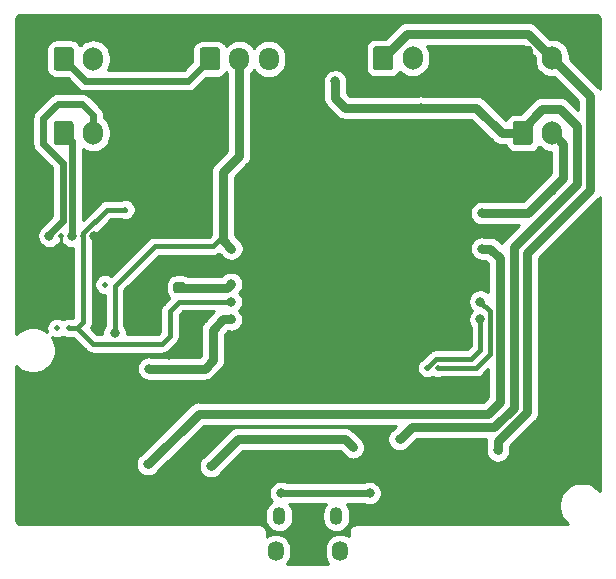
<source format=gbr>
G04 #@! TF.GenerationSoftware,KiCad,Pcbnew,(5.1.5)-2*
G04 #@! TF.CreationDate,2020-02-26T12:35:05-06:00*
G04 #@! TF.ProjectId,WirelessEStop_Tx,57697265-6c65-4737-9345-53746f705f54,rev?*
G04 #@! TF.SameCoordinates,Original*
G04 #@! TF.FileFunction,Copper,L2,Bot*
G04 #@! TF.FilePolarity,Positive*
%FSLAX46Y46*%
G04 Gerber Fmt 4.6, Leading zero omitted, Abs format (unit mm)*
G04 Created by KiCad (PCBNEW (5.1.5)-2) date 2020-02-26 12:35:05*
%MOMM*%
%LPD*%
G04 APERTURE LIST*
%ADD10C,0.100000*%
%ADD11O,1.700000X2.000000*%
%ADD12O,1.700000X1.950000*%
%ADD13O,1.100000X1.500000*%
%ADD14O,1.350000X1.700000*%
%ADD15C,0.800000*%
%ADD16C,0.500000*%
%ADD17C,0.250000*%
%ADD18C,0.762000*%
%ADD19C,0.571500*%
%ADD20C,0.381000*%
%ADD21C,0.254000*%
G04 APERTURE END LIST*
G04 #@! TA.AperFunction,SMDPad,CuDef*
D10*
G36*
X116424279Y-141385144D02*
G01*
X116447334Y-141388563D01*
X116469943Y-141394227D01*
X116491887Y-141402079D01*
X116512957Y-141412044D01*
X116532948Y-141424026D01*
X116551668Y-141437910D01*
X116568938Y-141453562D01*
X116584590Y-141470832D01*
X116598474Y-141489552D01*
X116610456Y-141509543D01*
X116620421Y-141530613D01*
X116628273Y-141552557D01*
X116633937Y-141575166D01*
X116637356Y-141598221D01*
X116638500Y-141621500D01*
X116638500Y-142096500D01*
X116637356Y-142119779D01*
X116633937Y-142142834D01*
X116628273Y-142165443D01*
X116620421Y-142187387D01*
X116610456Y-142208457D01*
X116598474Y-142228448D01*
X116584590Y-142247168D01*
X116568938Y-142264438D01*
X116551668Y-142280090D01*
X116532948Y-142293974D01*
X116512957Y-142305956D01*
X116491887Y-142315921D01*
X116469943Y-142323773D01*
X116447334Y-142329437D01*
X116424279Y-142332856D01*
X116401000Y-142334000D01*
X115826000Y-142334000D01*
X115802721Y-142332856D01*
X115779666Y-142329437D01*
X115757057Y-142323773D01*
X115735113Y-142315921D01*
X115714043Y-142305956D01*
X115694052Y-142293974D01*
X115675332Y-142280090D01*
X115658062Y-142264438D01*
X115642410Y-142247168D01*
X115628526Y-142228448D01*
X115616544Y-142208457D01*
X115606579Y-142187387D01*
X115598727Y-142165443D01*
X115593063Y-142142834D01*
X115589644Y-142119779D01*
X115588500Y-142096500D01*
X115588500Y-141621500D01*
X115589644Y-141598221D01*
X115593063Y-141575166D01*
X115598727Y-141552557D01*
X115606579Y-141530613D01*
X115616544Y-141509543D01*
X115628526Y-141489552D01*
X115642410Y-141470832D01*
X115658062Y-141453562D01*
X115675332Y-141437910D01*
X115694052Y-141424026D01*
X115714043Y-141412044D01*
X115735113Y-141402079D01*
X115757057Y-141394227D01*
X115779666Y-141388563D01*
X115802721Y-141385144D01*
X115826000Y-141384000D01*
X116401000Y-141384000D01*
X116424279Y-141385144D01*
G37*
G04 #@! TD.AperFunction*
G04 #@! TA.AperFunction,SMDPad,CuDef*
G36*
X114674279Y-141385144D02*
G01*
X114697334Y-141388563D01*
X114719943Y-141394227D01*
X114741887Y-141402079D01*
X114762957Y-141412044D01*
X114782948Y-141424026D01*
X114801668Y-141437910D01*
X114818938Y-141453562D01*
X114834590Y-141470832D01*
X114848474Y-141489552D01*
X114860456Y-141509543D01*
X114870421Y-141530613D01*
X114878273Y-141552557D01*
X114883937Y-141575166D01*
X114887356Y-141598221D01*
X114888500Y-141621500D01*
X114888500Y-142096500D01*
X114887356Y-142119779D01*
X114883937Y-142142834D01*
X114878273Y-142165443D01*
X114870421Y-142187387D01*
X114860456Y-142208457D01*
X114848474Y-142228448D01*
X114834590Y-142247168D01*
X114818938Y-142264438D01*
X114801668Y-142280090D01*
X114782948Y-142293974D01*
X114762957Y-142305956D01*
X114741887Y-142315921D01*
X114719943Y-142323773D01*
X114697334Y-142329437D01*
X114674279Y-142332856D01*
X114651000Y-142334000D01*
X114076000Y-142334000D01*
X114052721Y-142332856D01*
X114029666Y-142329437D01*
X114007057Y-142323773D01*
X113985113Y-142315921D01*
X113964043Y-142305956D01*
X113944052Y-142293974D01*
X113925332Y-142280090D01*
X113908062Y-142264438D01*
X113892410Y-142247168D01*
X113878526Y-142228448D01*
X113866544Y-142208457D01*
X113856579Y-142187387D01*
X113848727Y-142165443D01*
X113843063Y-142142834D01*
X113839644Y-142119779D01*
X113838500Y-142096500D01*
X113838500Y-141621500D01*
X113839644Y-141598221D01*
X113843063Y-141575166D01*
X113848727Y-141552557D01*
X113856579Y-141530613D01*
X113866544Y-141509543D01*
X113878526Y-141489552D01*
X113892410Y-141470832D01*
X113908062Y-141453562D01*
X113925332Y-141437910D01*
X113944052Y-141424026D01*
X113964043Y-141412044D01*
X113985113Y-141402079D01*
X114007057Y-141394227D01*
X114029666Y-141388563D01*
X114052721Y-141385144D01*
X114076000Y-141384000D01*
X114651000Y-141384000D01*
X114674279Y-141385144D01*
G37*
G04 #@! TD.AperFunction*
G04 #@! TA.AperFunction,ComponentPad*
G36*
X133974504Y-121429204D02*
G01*
X133998773Y-121432804D01*
X134022571Y-121438765D01*
X134045671Y-121447030D01*
X134067849Y-121457520D01*
X134088893Y-121470133D01*
X134108598Y-121484747D01*
X134126777Y-121501223D01*
X134143253Y-121519402D01*
X134157867Y-121539107D01*
X134170480Y-121560151D01*
X134180970Y-121582329D01*
X134189235Y-121605429D01*
X134195196Y-121629227D01*
X134198796Y-121653496D01*
X134200000Y-121678000D01*
X134200000Y-123178000D01*
X134198796Y-123202504D01*
X134195196Y-123226773D01*
X134189235Y-123250571D01*
X134180970Y-123273671D01*
X134170480Y-123295849D01*
X134157867Y-123316893D01*
X134143253Y-123336598D01*
X134126777Y-123354777D01*
X134108598Y-123371253D01*
X134088893Y-123385867D01*
X134067849Y-123398480D01*
X134045671Y-123408970D01*
X134022571Y-123417235D01*
X133998773Y-123423196D01*
X133974504Y-123426796D01*
X133950000Y-123428000D01*
X132750000Y-123428000D01*
X132725496Y-123426796D01*
X132701227Y-123423196D01*
X132677429Y-123417235D01*
X132654329Y-123408970D01*
X132632151Y-123398480D01*
X132611107Y-123385867D01*
X132591402Y-123371253D01*
X132573223Y-123354777D01*
X132556747Y-123336598D01*
X132542133Y-123316893D01*
X132529520Y-123295849D01*
X132519030Y-123273671D01*
X132510765Y-123250571D01*
X132504804Y-123226773D01*
X132501204Y-123202504D01*
X132500000Y-123178000D01*
X132500000Y-121678000D01*
X132501204Y-121653496D01*
X132504804Y-121629227D01*
X132510765Y-121605429D01*
X132519030Y-121582329D01*
X132529520Y-121560151D01*
X132542133Y-121539107D01*
X132556747Y-121519402D01*
X132573223Y-121501223D01*
X132591402Y-121484747D01*
X132611107Y-121470133D01*
X132632151Y-121457520D01*
X132654329Y-121447030D01*
X132677429Y-121438765D01*
X132701227Y-121432804D01*
X132725496Y-121429204D01*
X132750000Y-121428000D01*
X133950000Y-121428000D01*
X133974504Y-121429204D01*
G37*
G04 #@! TD.AperFunction*
D11*
X135850000Y-122428000D03*
X108799000Y-122491500D03*
G04 #@! TA.AperFunction,ComponentPad*
D10*
G36*
X106923504Y-121492704D02*
G01*
X106947773Y-121496304D01*
X106971571Y-121502265D01*
X106994671Y-121510530D01*
X107016849Y-121521020D01*
X107037893Y-121533633D01*
X107057598Y-121548247D01*
X107075777Y-121564723D01*
X107092253Y-121582902D01*
X107106867Y-121602607D01*
X107119480Y-121623651D01*
X107129970Y-121645829D01*
X107138235Y-121668929D01*
X107144196Y-121692727D01*
X107147796Y-121716996D01*
X107149000Y-121741500D01*
X107149000Y-123241500D01*
X107147796Y-123266004D01*
X107144196Y-123290273D01*
X107138235Y-123314071D01*
X107129970Y-123337171D01*
X107119480Y-123359349D01*
X107106867Y-123380393D01*
X107092253Y-123400098D01*
X107075777Y-123418277D01*
X107057598Y-123434753D01*
X107037893Y-123449367D01*
X107016849Y-123461980D01*
X106994671Y-123472470D01*
X106971571Y-123480735D01*
X106947773Y-123486696D01*
X106923504Y-123490296D01*
X106899000Y-123491500D01*
X105699000Y-123491500D01*
X105674496Y-123490296D01*
X105650227Y-123486696D01*
X105626429Y-123480735D01*
X105603329Y-123472470D01*
X105581151Y-123461980D01*
X105560107Y-123449367D01*
X105540402Y-123434753D01*
X105522223Y-123418277D01*
X105505747Y-123400098D01*
X105491133Y-123380393D01*
X105478520Y-123359349D01*
X105468030Y-123337171D01*
X105459765Y-123314071D01*
X105453804Y-123290273D01*
X105450204Y-123266004D01*
X105449000Y-123241500D01*
X105449000Y-121741500D01*
X105450204Y-121716996D01*
X105453804Y-121692727D01*
X105459765Y-121668929D01*
X105468030Y-121645829D01*
X105478520Y-121623651D01*
X105491133Y-121602607D01*
X105505747Y-121582902D01*
X105522223Y-121564723D01*
X105540402Y-121548247D01*
X105560107Y-121533633D01*
X105581151Y-121521020D01*
X105603329Y-121510530D01*
X105626429Y-121502265D01*
X105650227Y-121496304D01*
X105674496Y-121492704D01*
X105699000Y-121491500D01*
X106899000Y-121491500D01*
X106923504Y-121492704D01*
G37*
G04 #@! TD.AperFunction*
D11*
X147661000Y-128778000D03*
G04 #@! TA.AperFunction,ComponentPad*
D10*
G36*
X145785504Y-127779204D02*
G01*
X145809773Y-127782804D01*
X145833571Y-127788765D01*
X145856671Y-127797030D01*
X145878849Y-127807520D01*
X145899893Y-127820133D01*
X145919598Y-127834747D01*
X145937777Y-127851223D01*
X145954253Y-127869402D01*
X145968867Y-127889107D01*
X145981480Y-127910151D01*
X145991970Y-127932329D01*
X146000235Y-127955429D01*
X146006196Y-127979227D01*
X146009796Y-128003496D01*
X146011000Y-128028000D01*
X146011000Y-129528000D01*
X146009796Y-129552504D01*
X146006196Y-129576773D01*
X146000235Y-129600571D01*
X145991970Y-129623671D01*
X145981480Y-129645849D01*
X145968867Y-129666893D01*
X145954253Y-129686598D01*
X145937777Y-129704777D01*
X145919598Y-129721253D01*
X145899893Y-129735867D01*
X145878849Y-129748480D01*
X145856671Y-129758970D01*
X145833571Y-129767235D01*
X145809773Y-129773196D01*
X145785504Y-129776796D01*
X145761000Y-129778000D01*
X144561000Y-129778000D01*
X144536496Y-129776796D01*
X144512227Y-129773196D01*
X144488429Y-129767235D01*
X144465329Y-129758970D01*
X144443151Y-129748480D01*
X144422107Y-129735867D01*
X144402402Y-129721253D01*
X144384223Y-129704777D01*
X144367747Y-129686598D01*
X144353133Y-129666893D01*
X144340520Y-129645849D01*
X144330030Y-129623671D01*
X144321765Y-129600571D01*
X144315804Y-129576773D01*
X144312204Y-129552504D01*
X144311000Y-129528000D01*
X144311000Y-128028000D01*
X144312204Y-128003496D01*
X144315804Y-127979227D01*
X144321765Y-127955429D01*
X144330030Y-127932329D01*
X144340520Y-127910151D01*
X144353133Y-127889107D01*
X144367747Y-127869402D01*
X144384223Y-127851223D01*
X144402402Y-127834747D01*
X144422107Y-127820133D01*
X144443151Y-127807520D01*
X144465329Y-127797030D01*
X144488429Y-127788765D01*
X144512227Y-127782804D01*
X144536496Y-127779204D01*
X144561000Y-127778000D01*
X145761000Y-127778000D01*
X145785504Y-127779204D01*
G37*
G04 #@! TD.AperFunction*
D11*
X108799000Y-128778000D03*
G04 #@! TA.AperFunction,ComponentPad*
D10*
G36*
X106923504Y-127779204D02*
G01*
X106947773Y-127782804D01*
X106971571Y-127788765D01*
X106994671Y-127797030D01*
X107016849Y-127807520D01*
X107037893Y-127820133D01*
X107057598Y-127834747D01*
X107075777Y-127851223D01*
X107092253Y-127869402D01*
X107106867Y-127889107D01*
X107119480Y-127910151D01*
X107129970Y-127932329D01*
X107138235Y-127955429D01*
X107144196Y-127979227D01*
X107147796Y-128003496D01*
X107149000Y-128028000D01*
X107149000Y-129528000D01*
X107147796Y-129552504D01*
X107144196Y-129576773D01*
X107138235Y-129600571D01*
X107129970Y-129623671D01*
X107119480Y-129645849D01*
X107106867Y-129666893D01*
X107092253Y-129686598D01*
X107075777Y-129704777D01*
X107057598Y-129721253D01*
X107037893Y-129735867D01*
X107016849Y-129748480D01*
X106994671Y-129758970D01*
X106971571Y-129767235D01*
X106947773Y-129773196D01*
X106923504Y-129776796D01*
X106899000Y-129778000D01*
X105699000Y-129778000D01*
X105674496Y-129776796D01*
X105650227Y-129773196D01*
X105626429Y-129767235D01*
X105603329Y-129758970D01*
X105581151Y-129748480D01*
X105560107Y-129735867D01*
X105540402Y-129721253D01*
X105522223Y-129704777D01*
X105505747Y-129686598D01*
X105491133Y-129666893D01*
X105478520Y-129645849D01*
X105468030Y-129623671D01*
X105459765Y-129600571D01*
X105453804Y-129576773D01*
X105450204Y-129552504D01*
X105449000Y-129528000D01*
X105449000Y-128028000D01*
X105450204Y-128003496D01*
X105453804Y-127979227D01*
X105459765Y-127955429D01*
X105468030Y-127932329D01*
X105478520Y-127910151D01*
X105491133Y-127889107D01*
X105505747Y-127869402D01*
X105522223Y-127851223D01*
X105540402Y-127834747D01*
X105560107Y-127820133D01*
X105581151Y-127807520D01*
X105603329Y-127797030D01*
X105626429Y-127788765D01*
X105650227Y-127782804D01*
X105674496Y-127779204D01*
X105699000Y-127778000D01*
X106899000Y-127778000D01*
X106923504Y-127779204D01*
G37*
G04 #@! TD.AperFunction*
D11*
X147661000Y-122428000D03*
G04 #@! TA.AperFunction,ComponentPad*
D10*
G36*
X145785504Y-121429204D02*
G01*
X145809773Y-121432804D01*
X145833571Y-121438765D01*
X145856671Y-121447030D01*
X145878849Y-121457520D01*
X145899893Y-121470133D01*
X145919598Y-121484747D01*
X145937777Y-121501223D01*
X145954253Y-121519402D01*
X145968867Y-121539107D01*
X145981480Y-121560151D01*
X145991970Y-121582329D01*
X146000235Y-121605429D01*
X146006196Y-121629227D01*
X146009796Y-121653496D01*
X146011000Y-121678000D01*
X146011000Y-123178000D01*
X146009796Y-123202504D01*
X146006196Y-123226773D01*
X146000235Y-123250571D01*
X145991970Y-123273671D01*
X145981480Y-123295849D01*
X145968867Y-123316893D01*
X145954253Y-123336598D01*
X145937777Y-123354777D01*
X145919598Y-123371253D01*
X145899893Y-123385867D01*
X145878849Y-123398480D01*
X145856671Y-123408970D01*
X145833571Y-123417235D01*
X145809773Y-123423196D01*
X145785504Y-123426796D01*
X145761000Y-123428000D01*
X144561000Y-123428000D01*
X144536496Y-123426796D01*
X144512227Y-123423196D01*
X144488429Y-123417235D01*
X144465329Y-123408970D01*
X144443151Y-123398480D01*
X144422107Y-123385867D01*
X144402402Y-123371253D01*
X144384223Y-123354777D01*
X144367747Y-123336598D01*
X144353133Y-123316893D01*
X144340520Y-123295849D01*
X144330030Y-123273671D01*
X144321765Y-123250571D01*
X144315804Y-123226773D01*
X144312204Y-123202504D01*
X144311000Y-123178000D01*
X144311000Y-121678000D01*
X144312204Y-121653496D01*
X144315804Y-121629227D01*
X144321765Y-121605429D01*
X144330030Y-121582329D01*
X144340520Y-121560151D01*
X144353133Y-121539107D01*
X144367747Y-121519402D01*
X144384223Y-121501223D01*
X144402402Y-121484747D01*
X144422107Y-121470133D01*
X144443151Y-121457520D01*
X144465329Y-121447030D01*
X144488429Y-121438765D01*
X144512227Y-121432804D01*
X144536496Y-121429204D01*
X144561000Y-121428000D01*
X145761000Y-121428000D01*
X145785504Y-121429204D01*
G37*
G04 #@! TD.AperFunction*
D12*
X123681500Y-122491500D03*
X121181500Y-122491500D03*
G04 #@! TA.AperFunction,ComponentPad*
D10*
G36*
X119306004Y-121517704D02*
G01*
X119330273Y-121521304D01*
X119354071Y-121527265D01*
X119377171Y-121535530D01*
X119399349Y-121546020D01*
X119420393Y-121558633D01*
X119440098Y-121573247D01*
X119458277Y-121589723D01*
X119474753Y-121607902D01*
X119489367Y-121627607D01*
X119501980Y-121648651D01*
X119512470Y-121670829D01*
X119520735Y-121693929D01*
X119526696Y-121717727D01*
X119530296Y-121741996D01*
X119531500Y-121766500D01*
X119531500Y-123216500D01*
X119530296Y-123241004D01*
X119526696Y-123265273D01*
X119520735Y-123289071D01*
X119512470Y-123312171D01*
X119501980Y-123334349D01*
X119489367Y-123355393D01*
X119474753Y-123375098D01*
X119458277Y-123393277D01*
X119440098Y-123409753D01*
X119420393Y-123424367D01*
X119399349Y-123436980D01*
X119377171Y-123447470D01*
X119354071Y-123455735D01*
X119330273Y-123461696D01*
X119306004Y-123465296D01*
X119281500Y-123466500D01*
X118081500Y-123466500D01*
X118056996Y-123465296D01*
X118032727Y-123461696D01*
X118008929Y-123455735D01*
X117985829Y-123447470D01*
X117963651Y-123436980D01*
X117942607Y-123424367D01*
X117922902Y-123409753D01*
X117904723Y-123393277D01*
X117888247Y-123375098D01*
X117873633Y-123355393D01*
X117861020Y-123334349D01*
X117850530Y-123312171D01*
X117842265Y-123289071D01*
X117836304Y-123265273D01*
X117832704Y-123241004D01*
X117831500Y-123216500D01*
X117831500Y-121766500D01*
X117832704Y-121741996D01*
X117836304Y-121717727D01*
X117842265Y-121693929D01*
X117850530Y-121670829D01*
X117861020Y-121648651D01*
X117873633Y-121627607D01*
X117888247Y-121607902D01*
X117904723Y-121589723D01*
X117922902Y-121573247D01*
X117942607Y-121558633D01*
X117963651Y-121546020D01*
X117985829Y-121535530D01*
X118008929Y-121527265D01*
X118032727Y-121521304D01*
X118056996Y-121517704D01*
X118081500Y-121516500D01*
X119281500Y-121516500D01*
X119306004Y-121517704D01*
G37*
G04 #@! TD.AperFunction*
D13*
X124555000Y-161195000D03*
X129395000Y-161195000D03*
D14*
X124245000Y-164195000D03*
X129705000Y-164195000D03*
D15*
X120434100Y-146050000D03*
D16*
X112839500Y-141922500D03*
X112204500Y-138176000D03*
D15*
X108902500Y-137477500D03*
X141732000Y-141554200D03*
X116586000Y-126746000D03*
X119443500Y-130429000D03*
D16*
X102616000Y-141605000D03*
X106045000Y-137477500D03*
D15*
X137477500Y-159321500D03*
X142049500Y-158559500D03*
D16*
X148780500Y-147955000D03*
X148590000Y-144462500D03*
X148653500Y-140779500D03*
X148971000Y-151511000D03*
D15*
X141732000Y-134061200D03*
X127825500Y-124396500D03*
X114490500Y-122428000D03*
X141351000Y-129032000D03*
D16*
X148640800Y-138176000D03*
X115252500Y-147764500D03*
D15*
X129286000Y-124396500D03*
X136525000Y-126619000D03*
X134747000Y-154686000D03*
D16*
X130810000Y-155397200D03*
D15*
X118770400Y-156972000D03*
X124714000Y-159258000D03*
X132207000Y-159258000D03*
X105092500Y-137477500D03*
X106997500Y-137477500D03*
D16*
X111506000Y-135255000D03*
X106743500Y-145288000D03*
X107950000Y-137477500D03*
D15*
X120459500Y-143054000D03*
D16*
X105727500Y-145288000D03*
X109791500Y-141605000D03*
D15*
X143065500Y-155638500D03*
X141732000Y-138557000D03*
X113436400Y-156819600D03*
X120497600Y-138557000D03*
X110617000Y-145669000D03*
X113538000Y-148717000D03*
X120459500Y-144554000D03*
D16*
X137096500Y-148653500D03*
D15*
X141579600Y-144554000D03*
D16*
X138023600Y-148640800D03*
D15*
X141579600Y-143052800D03*
D16*
X148590000Y-132588000D03*
D15*
X141732000Y-135554000D03*
X120459500Y-141541500D03*
D17*
X102616000Y-141605000D02*
X105664000Y-141605000D01*
X106045000Y-141224000D02*
X106045000Y-137477500D01*
X105664000Y-141605000D02*
X106045000Y-141224000D01*
D18*
X144907000Y-137922000D02*
X144589500Y-138239500D01*
X145161000Y-137668000D02*
X144589500Y-138239500D01*
X149733000Y-133096000D02*
X145161000Y-137668000D01*
X144399000Y-138430000D02*
X144589500Y-138239500D01*
X137541000Y-153670000D02*
X142748000Y-153670000D01*
X142748000Y-153670000D02*
X144399000Y-152019000D01*
X137541000Y-153670000D02*
X135763000Y-153670000D01*
X135763000Y-153670000D02*
X134747000Y-154686000D01*
X134747000Y-154686000D02*
X134747000Y-154686000D01*
X144399000Y-152019000D02*
X144399000Y-138430000D01*
X136525000Y-126619000D02*
X141224000Y-126619000D01*
X143383000Y-128778000D02*
X145161000Y-128778000D01*
X141224000Y-126619000D02*
X143383000Y-128778000D01*
X145161000Y-128778000D02*
X145161000Y-128397000D01*
X145161000Y-128397000D02*
X146812000Y-126746000D01*
X148336000Y-126746000D02*
X149733000Y-128143000D01*
X146812000Y-126746000D02*
X148336000Y-126746000D01*
X149733000Y-128143000D02*
X149733000Y-133096000D01*
X136525000Y-126619000D02*
X130111500Y-126619000D01*
X129286000Y-125793500D02*
X129286000Y-124396500D01*
X130111500Y-126619000D02*
X129286000Y-125793500D01*
X130810000Y-155397200D02*
X130098800Y-154686000D01*
X130098800Y-154686000D02*
X123494800Y-154686000D01*
X123494800Y-154686000D02*
X121158000Y-154686000D01*
X121056400Y-154686000D02*
X130098800Y-154686000D01*
X118770400Y-156972000D02*
X121056400Y-154686000D01*
D19*
X124714000Y-159258000D02*
X131572000Y-159258000D01*
X131572000Y-159258000D02*
X132207000Y-159258000D01*
X108799000Y-127277500D02*
X108799000Y-128778000D01*
X107823000Y-126301500D02*
X108799000Y-127277500D01*
X105791000Y-126301500D02*
X107823000Y-126301500D01*
X104584500Y-127508000D02*
X105791000Y-126301500D01*
X105092500Y-137341088D02*
X106225990Y-136207598D01*
X105092500Y-137477500D02*
X105092500Y-137341088D01*
X106225990Y-136207598D02*
X106225990Y-131308490D01*
X106225990Y-131308490D02*
X104584500Y-129667000D01*
X104584500Y-129667000D02*
X104584500Y-127508000D01*
X106997500Y-129476500D02*
X106997500Y-137477500D01*
X106299000Y-128778000D02*
X106997500Y-129476500D01*
D20*
X109955058Y-135255000D02*
X111506000Y-135255000D01*
X107950000Y-137260058D02*
X109955058Y-135255000D01*
X107950000Y-137477500D02*
X107950000Y-137260058D01*
X107950000Y-137477500D02*
X107950000Y-144780000D01*
X107442000Y-145288000D02*
X106743500Y-145288000D01*
X107950000Y-144780000D02*
X107442000Y-145288000D01*
X107442000Y-145288000D02*
X108775500Y-146621500D01*
X108775500Y-146621500D02*
X114617500Y-146621500D01*
X114617500Y-146621500D02*
X115316000Y-145923000D01*
X115316000Y-145923000D02*
X115316000Y-143827500D01*
X116089500Y-143054000D02*
X120471000Y-143054000D01*
X115316000Y-143827500D02*
X116089500Y-143054000D01*
D18*
X147661000Y-122428000D02*
X149092010Y-123859010D01*
X147661000Y-122402772D02*
X145654228Y-120396000D01*
X147661000Y-122428000D02*
X147661000Y-122402772D01*
X135382000Y-120396000D02*
X133350000Y-122428000D01*
X139319000Y-120396000D02*
X135382000Y-120396000D01*
X145654228Y-120396000D02*
X139319000Y-120396000D01*
X147661000Y-122428000D02*
X150749000Y-125516000D01*
X150876000Y-125643000D02*
X150749000Y-125516000D01*
X150876000Y-126365000D02*
X150876000Y-125643000D01*
X150876000Y-126365000D02*
X150876000Y-133604000D01*
X150876000Y-125730000D02*
X150876000Y-126365000D01*
X150876000Y-133604000D02*
X145542000Y-138938000D01*
X143065500Y-155638500D02*
X143065500Y-154876500D01*
X143065500Y-154876500D02*
X145542000Y-152400000D01*
X145542000Y-152400000D02*
X145542000Y-138938000D01*
D19*
X106299000Y-122491500D02*
X108140500Y-124333000D01*
X116840000Y-124333000D02*
X118681500Y-122491500D01*
X108140500Y-124333000D02*
X116840000Y-124333000D01*
D18*
X141732000Y-138557000D02*
X142430500Y-138557000D01*
X142430500Y-138557000D02*
X143256000Y-139382500D01*
X143256000Y-139382500D02*
X143256000Y-141160500D01*
X143256000Y-141160500D02*
X143256000Y-145351500D01*
X143256000Y-145351500D02*
X143256000Y-151511000D01*
X143256000Y-151511000D02*
X142240000Y-152527000D01*
X142240000Y-152527000D02*
X141097000Y-152527000D01*
X141097000Y-152527000D02*
X117729000Y-152527000D01*
X117729000Y-152527000D02*
X113436400Y-156819600D01*
X113436400Y-156819600D02*
X113436400Y-156819600D01*
X121181500Y-122491500D02*
X121181500Y-130684900D01*
X121181500Y-130684900D02*
X119761000Y-132105400D01*
X119761000Y-137820400D02*
X120497600Y-138557000D01*
X119761000Y-137591800D02*
X119761000Y-137820400D01*
X119761000Y-132105400D02*
X119761000Y-137591800D01*
D20*
X114007900Y-138366500D02*
X110617000Y-141757400D01*
X110617000Y-141757400D02*
X110617000Y-145669000D01*
X118935500Y-138366500D02*
X114007900Y-138366500D01*
X119761000Y-137591800D02*
X119710200Y-137591800D01*
X119710200Y-137591800D02*
X118935500Y-138366500D01*
D18*
X113538000Y-148717000D02*
X118237000Y-148717000D01*
X120459500Y-144554000D02*
X119796500Y-144554000D01*
X119796500Y-144554000D02*
X118935500Y-145415000D01*
X118935500Y-148018500D02*
X118237000Y-148717000D01*
X118935500Y-145415000D02*
X118935500Y-148018500D01*
D20*
X137096500Y-148653500D02*
X137871200Y-147878800D01*
X137871200Y-147878800D02*
X140817600Y-147878800D01*
X141579600Y-147116800D02*
X140817600Y-147878800D01*
X141579600Y-144554000D02*
X141579600Y-147116800D01*
X142392400Y-143865600D02*
X141579600Y-143052800D01*
X138023600Y-148640800D02*
X141224000Y-148640800D01*
X142392400Y-147472400D02*
X142392400Y-143865600D01*
X141224000Y-148640800D02*
X142392400Y-147472400D01*
D18*
X147661000Y-133517000D02*
X147534000Y-133644000D01*
X147661000Y-128778000D02*
X147701000Y-128778000D01*
X147701000Y-128778000D02*
X148590000Y-129667000D01*
X148590000Y-132588000D02*
X148590000Y-132588000D01*
X148590000Y-129667000D02*
X148590000Y-132588000D01*
X148590000Y-132588000D02*
X147661000Y-133517000D01*
X145624000Y-135554000D02*
X148590000Y-132588000D01*
X141732000Y-135554000D02*
X145624000Y-135554000D01*
X118921500Y-141859000D02*
X120142000Y-141859000D01*
X120142000Y-141859000D02*
X120459500Y-141541500D01*
X116113500Y-141859000D02*
X120142000Y-141859000D01*
D21*
G36*
X151447655Y-118804527D02*
G01*
X151508885Y-118823013D01*
X151565354Y-118853038D01*
X151614918Y-118893462D01*
X151655688Y-118942744D01*
X151686109Y-118999006D01*
X151705022Y-119060104D01*
X151715000Y-119155041D01*
X151715000Y-125063796D01*
X151597896Y-124921104D01*
X151559127Y-124889287D01*
X151502711Y-124832871D01*
X151502706Y-124832865D01*
X149845718Y-123175878D01*
X149845716Y-123175875D01*
X149146000Y-122476159D01*
X149146000Y-122205050D01*
X149124513Y-121986889D01*
X149039599Y-121706966D01*
X148901706Y-121448986D01*
X148716134Y-121222866D01*
X148490013Y-121037294D01*
X148232033Y-120899401D01*
X147952110Y-120814487D01*
X147661000Y-120785815D01*
X147497033Y-120801964D01*
X146407940Y-119712872D01*
X146376124Y-119674104D01*
X146221418Y-119547140D01*
X146044915Y-119452798D01*
X145853399Y-119394702D01*
X145704130Y-119380000D01*
X145654228Y-119375085D01*
X145604326Y-119380000D01*
X135431902Y-119380000D01*
X135382000Y-119375085D01*
X135332098Y-119380000D01*
X135182829Y-119394702D01*
X134991313Y-119452798D01*
X134814810Y-119547140D01*
X134660104Y-119674104D01*
X134628292Y-119712867D01*
X133551232Y-120789928D01*
X132750000Y-120789928D01*
X132576746Y-120806992D01*
X132410150Y-120857528D01*
X132256614Y-120939595D01*
X132122038Y-121050038D01*
X132011595Y-121184614D01*
X131929528Y-121338150D01*
X131878992Y-121504746D01*
X131861928Y-121678000D01*
X131861928Y-123178000D01*
X131878992Y-123351254D01*
X131929528Y-123517850D01*
X132011595Y-123671386D01*
X132122038Y-123805962D01*
X132256614Y-123916405D01*
X132410150Y-123998472D01*
X132576746Y-124049008D01*
X132750000Y-124066072D01*
X133950000Y-124066072D01*
X134123254Y-124049008D01*
X134289850Y-123998472D01*
X134443386Y-123916405D01*
X134577962Y-123805962D01*
X134688405Y-123671386D01*
X134742777Y-123569663D01*
X134794866Y-123633134D01*
X135020987Y-123818706D01*
X135278967Y-123956599D01*
X135558890Y-124041513D01*
X135850000Y-124070185D01*
X136141111Y-124041513D01*
X136421034Y-123956599D01*
X136679014Y-123818706D01*
X136905134Y-123633134D01*
X137090706Y-123407014D01*
X137228599Y-123149033D01*
X137313513Y-122869110D01*
X137335000Y-122650949D01*
X137335000Y-122205050D01*
X137313513Y-121986889D01*
X137228599Y-121706966D01*
X137090706Y-121448986D01*
X137060352Y-121412000D01*
X145233388Y-121412000D01*
X146176000Y-122354613D01*
X146176000Y-122650950D01*
X146197487Y-122869111D01*
X146282401Y-123149034D01*
X146420294Y-123407014D01*
X146605866Y-123633134D01*
X146831987Y-123818706D01*
X147089967Y-123956599D01*
X147369890Y-124041513D01*
X147661000Y-124070185D01*
X147847933Y-124051774D01*
X148408875Y-124612716D01*
X148408878Y-124612718D01*
X149860000Y-126063841D01*
X149860000Y-126833159D01*
X149089712Y-126062872D01*
X149057896Y-126024104D01*
X148903190Y-125897140D01*
X148726687Y-125802798D01*
X148535171Y-125744702D01*
X148385902Y-125730000D01*
X148336000Y-125725085D01*
X148286098Y-125730000D01*
X146861902Y-125730000D01*
X146812000Y-125725085D01*
X146762098Y-125730000D01*
X146612829Y-125744702D01*
X146421313Y-125802798D01*
X146244810Y-125897140D01*
X146090104Y-126024104D01*
X146058292Y-126062867D01*
X144981232Y-127139928D01*
X144561000Y-127139928D01*
X144387746Y-127156992D01*
X144221150Y-127207528D01*
X144067614Y-127289595D01*
X143933038Y-127400038D01*
X143822595Y-127534614D01*
X143740528Y-127688150D01*
X143738076Y-127696235D01*
X141977712Y-125935872D01*
X141945896Y-125897104D01*
X141791190Y-125770140D01*
X141614687Y-125675798D01*
X141423171Y-125617702D01*
X141273902Y-125603000D01*
X141224000Y-125598085D01*
X141174098Y-125603000D01*
X136722459Y-125603000D01*
X136626939Y-125584000D01*
X136423061Y-125584000D01*
X136327541Y-125603000D01*
X130532341Y-125603000D01*
X130302000Y-125372660D01*
X130302000Y-124593959D01*
X130321000Y-124498439D01*
X130321000Y-124294561D01*
X130281226Y-124094602D01*
X130203205Y-123906244D01*
X130089937Y-123736726D01*
X129945774Y-123592563D01*
X129776256Y-123479295D01*
X129587898Y-123401274D01*
X129387939Y-123361500D01*
X129184061Y-123361500D01*
X128984102Y-123401274D01*
X128795744Y-123479295D01*
X128626226Y-123592563D01*
X128482063Y-123736726D01*
X128368795Y-123906244D01*
X128290774Y-124094602D01*
X128251000Y-124294561D01*
X128251000Y-124498439D01*
X128270001Y-124593963D01*
X128270000Y-125743598D01*
X128265085Y-125793500D01*
X128270000Y-125843401D01*
X128284702Y-125992670D01*
X128342798Y-126184186D01*
X128437140Y-126360690D01*
X128564104Y-126515396D01*
X128602872Y-126547212D01*
X129357792Y-127302133D01*
X129389604Y-127340896D01*
X129544310Y-127467860D01*
X129720813Y-127562202D01*
X129912329Y-127620298D01*
X130061598Y-127635000D01*
X130061605Y-127635000D01*
X130111499Y-127639914D01*
X130161393Y-127635000D01*
X136327541Y-127635000D01*
X136423061Y-127654000D01*
X136626939Y-127654000D01*
X136722459Y-127635000D01*
X140803160Y-127635000D01*
X142629292Y-129461133D01*
X142661104Y-129499896D01*
X142815810Y-129626860D01*
X142992313Y-129721202D01*
X143183829Y-129779298D01*
X143382999Y-129798915D01*
X143432901Y-129794000D01*
X143718126Y-129794000D01*
X143740528Y-129867850D01*
X143822595Y-130021386D01*
X143933038Y-130155962D01*
X144067614Y-130266405D01*
X144221150Y-130348472D01*
X144387746Y-130399008D01*
X144561000Y-130416072D01*
X145761000Y-130416072D01*
X145934254Y-130399008D01*
X146100850Y-130348472D01*
X146254386Y-130266405D01*
X146388962Y-130155962D01*
X146499405Y-130021386D01*
X146553777Y-129919663D01*
X146605866Y-129983134D01*
X146831987Y-130168706D01*
X147089967Y-130306599D01*
X147369890Y-130391513D01*
X147574000Y-130411616D01*
X147574001Y-132167158D01*
X145203160Y-134538000D01*
X141929459Y-134538000D01*
X141833939Y-134519000D01*
X141630061Y-134519000D01*
X141430102Y-134558774D01*
X141241744Y-134636795D01*
X141072226Y-134750063D01*
X140928063Y-134894226D01*
X140814795Y-135063744D01*
X140736774Y-135252102D01*
X140697000Y-135452061D01*
X140697000Y-135655939D01*
X140736774Y-135855898D01*
X140814795Y-136044256D01*
X140928063Y-136213774D01*
X141072226Y-136357937D01*
X141241744Y-136471205D01*
X141430102Y-136549226D01*
X141630061Y-136589000D01*
X141833939Y-136589000D01*
X141929459Y-136570000D01*
X144822160Y-136570000D01*
X143715868Y-137676292D01*
X143677105Y-137708104D01*
X143550141Y-137862810D01*
X143494047Y-137967756D01*
X143455799Y-138039313D01*
X143431094Y-138120754D01*
X143184212Y-137873872D01*
X143152396Y-137835104D01*
X142997690Y-137708140D01*
X142821187Y-137613798D01*
X142629671Y-137555702D01*
X142480402Y-137541000D01*
X142430500Y-137536085D01*
X142380598Y-137541000D01*
X141929459Y-137541000D01*
X141833939Y-137522000D01*
X141630061Y-137522000D01*
X141430102Y-137561774D01*
X141241744Y-137639795D01*
X141072226Y-137753063D01*
X140928063Y-137897226D01*
X140814795Y-138066744D01*
X140736774Y-138255102D01*
X140697000Y-138455061D01*
X140697000Y-138658939D01*
X140736774Y-138858898D01*
X140814795Y-139047256D01*
X140928063Y-139216774D01*
X141072226Y-139360937D01*
X141241744Y-139474205D01*
X141430102Y-139552226D01*
X141630061Y-139592000D01*
X141833939Y-139592000D01*
X141929459Y-139573000D01*
X142009660Y-139573000D01*
X142240000Y-139803341D01*
X142240001Y-141110589D01*
X142240000Y-141110599D01*
X142240000Y-142249489D01*
X142239374Y-142248863D01*
X142069856Y-142135595D01*
X141881498Y-142057574D01*
X141681539Y-142017800D01*
X141477661Y-142017800D01*
X141277702Y-142057574D01*
X141089344Y-142135595D01*
X140919826Y-142248863D01*
X140775663Y-142393026D01*
X140662395Y-142562544D01*
X140584374Y-142750902D01*
X140544600Y-142950861D01*
X140544600Y-143154739D01*
X140584374Y-143354698D01*
X140662395Y-143543056D01*
X140775663Y-143712574D01*
X140866489Y-143803400D01*
X140775663Y-143894226D01*
X140662395Y-144063744D01*
X140584374Y-144252102D01*
X140544600Y-144452061D01*
X140544600Y-144655939D01*
X140584374Y-144855898D01*
X140662395Y-145044256D01*
X140754100Y-145181503D01*
X140754101Y-146774866D01*
X140475667Y-147053300D01*
X137911750Y-147053300D01*
X137871199Y-147049306D01*
X137830649Y-147053300D01*
X137830647Y-147053300D01*
X137709374Y-147065244D01*
X137553766Y-147112447D01*
X137474218Y-147154967D01*
X137410357Y-147189101D01*
X137387279Y-147208041D01*
X137284659Y-147292259D01*
X137258808Y-147323759D01*
X136738836Y-147843732D01*
X136677295Y-147869223D01*
X136532345Y-147966076D01*
X136409076Y-148089345D01*
X136312223Y-148234295D01*
X136245510Y-148395355D01*
X136211500Y-148566335D01*
X136211500Y-148740665D01*
X136245510Y-148911645D01*
X136312223Y-149072705D01*
X136409076Y-149217655D01*
X136532345Y-149340924D01*
X136677295Y-149437777D01*
X136838355Y-149504490D01*
X137009335Y-149538500D01*
X137183665Y-149538500D01*
X137354645Y-149504490D01*
X137515705Y-149437777D01*
X137569553Y-149401796D01*
X137604395Y-149425077D01*
X137765455Y-149491790D01*
X137936435Y-149525800D01*
X138110765Y-149525800D01*
X138281745Y-149491790D01*
X138343284Y-149466300D01*
X141183450Y-149466300D01*
X141224000Y-149470294D01*
X141264550Y-149466300D01*
X141264553Y-149466300D01*
X141385826Y-149454356D01*
X141541434Y-149407153D01*
X141684842Y-149330499D01*
X141810541Y-149227341D01*
X141836398Y-149195834D01*
X142240001Y-148792232D01*
X142240001Y-151090158D01*
X141819160Y-151511000D01*
X117778901Y-151511000D01*
X117728999Y-151506085D01*
X117529829Y-151525702D01*
X117338313Y-151583798D01*
X117161810Y-151678140D01*
X117007104Y-151805104D01*
X116975293Y-151843866D01*
X112857606Y-155961554D01*
X112776626Y-156015663D01*
X112632463Y-156159826D01*
X112519195Y-156329344D01*
X112441174Y-156517702D01*
X112401400Y-156717661D01*
X112401400Y-156921539D01*
X112441174Y-157121498D01*
X112519195Y-157309856D01*
X112632463Y-157479374D01*
X112776626Y-157623537D01*
X112946144Y-157736805D01*
X113134502Y-157814826D01*
X113334461Y-157854600D01*
X113538339Y-157854600D01*
X113738298Y-157814826D01*
X113926656Y-157736805D01*
X114096174Y-157623537D01*
X114240337Y-157479374D01*
X114294446Y-157398394D01*
X114822779Y-156870061D01*
X117735400Y-156870061D01*
X117735400Y-157073939D01*
X117775174Y-157273898D01*
X117853195Y-157462256D01*
X117966463Y-157631774D01*
X118110626Y-157775937D01*
X118280144Y-157889205D01*
X118468502Y-157967226D01*
X118668461Y-158007000D01*
X118872339Y-158007000D01*
X119072298Y-157967226D01*
X119260656Y-157889205D01*
X119430174Y-157775937D01*
X119574337Y-157631774D01*
X119628446Y-157550794D01*
X121477241Y-155702000D01*
X129677960Y-155702000D01*
X130126865Y-156150906D01*
X130242810Y-156246059D01*
X130419313Y-156340402D01*
X130610829Y-156398498D01*
X130810000Y-156418115D01*
X131009170Y-156398498D01*
X131200687Y-156340402D01*
X131377189Y-156246059D01*
X131531896Y-156119096D01*
X131658859Y-155964389D01*
X131753202Y-155787887D01*
X131811298Y-155596370D01*
X131830915Y-155397200D01*
X131811298Y-155198029D01*
X131753202Y-155006513D01*
X131658859Y-154830010D01*
X131563706Y-154714065D01*
X130852512Y-154002872D01*
X130820696Y-153964104D01*
X130665990Y-153837140D01*
X130489487Y-153742798D01*
X130297971Y-153684702D01*
X130148702Y-153670000D01*
X130098800Y-153665085D01*
X130048898Y-153670000D01*
X121106293Y-153670000D01*
X121056399Y-153665086D01*
X121006505Y-153670000D01*
X121006498Y-153670000D01*
X120857229Y-153684702D01*
X120665713Y-153742798D01*
X120489210Y-153837140D01*
X120334504Y-153964104D01*
X120302693Y-154002866D01*
X118191606Y-156113954D01*
X118110626Y-156168063D01*
X117966463Y-156312226D01*
X117853195Y-156481744D01*
X117775174Y-156670102D01*
X117735400Y-156870061D01*
X114822779Y-156870061D01*
X118149841Y-153543000D01*
X134453160Y-153543000D01*
X134168205Y-153827954D01*
X134087226Y-153882063D01*
X133943063Y-154026226D01*
X133829795Y-154195744D01*
X133751774Y-154384102D01*
X133712000Y-154584061D01*
X133712000Y-154787939D01*
X133751774Y-154987898D01*
X133829795Y-155176256D01*
X133943063Y-155345774D01*
X134087226Y-155489937D01*
X134256744Y-155603205D01*
X134445102Y-155681226D01*
X134645061Y-155721000D01*
X134848939Y-155721000D01*
X135048898Y-155681226D01*
X135237256Y-155603205D01*
X135406774Y-155489937D01*
X135550937Y-155345774D01*
X135605046Y-155264795D01*
X136183841Y-154686000D01*
X142063348Y-154686000D01*
X142044585Y-154876500D01*
X142049500Y-154926402D01*
X142049500Y-155441041D01*
X142030500Y-155536561D01*
X142030500Y-155740439D01*
X142070274Y-155940398D01*
X142148295Y-156128756D01*
X142261563Y-156298274D01*
X142405726Y-156442437D01*
X142575244Y-156555705D01*
X142763602Y-156633726D01*
X142963561Y-156673500D01*
X143167439Y-156673500D01*
X143367398Y-156633726D01*
X143555756Y-156555705D01*
X143725274Y-156442437D01*
X143869437Y-156298274D01*
X143982705Y-156128756D01*
X144060726Y-155940398D01*
X144100500Y-155740439D01*
X144100500Y-155536561D01*
X144081500Y-155441041D01*
X144081500Y-155297340D01*
X146225133Y-153153708D01*
X146263896Y-153121896D01*
X146390860Y-152967190D01*
X146468925Y-152821140D01*
X146485202Y-152790688D01*
X146543298Y-152599171D01*
X146562915Y-152400000D01*
X146558000Y-152350098D01*
X146558000Y-139358840D01*
X151559133Y-134357708D01*
X151597896Y-134325896D01*
X151715000Y-134183204D01*
X151715001Y-159116571D01*
X151688735Y-159077261D01*
X151417739Y-158806265D01*
X151099081Y-158593344D01*
X150745007Y-158446682D01*
X150369124Y-158371914D01*
X149985876Y-158371914D01*
X149609993Y-158446682D01*
X149255919Y-158593344D01*
X148937261Y-158806265D01*
X148666265Y-159077261D01*
X148453344Y-159395919D01*
X148306682Y-159749993D01*
X148231914Y-160125876D01*
X148231914Y-160509124D01*
X148306682Y-160885007D01*
X148453344Y-161239081D01*
X148666265Y-161557739D01*
X148937261Y-161828735D01*
X149006501Y-161875000D01*
X131161147Y-161875000D01*
X131127500Y-161871686D01*
X131093853Y-161875000D01*
X130993217Y-161884912D01*
X130864094Y-161924081D01*
X130745093Y-161987688D01*
X130640789Y-162073289D01*
X130555188Y-162177593D01*
X130491581Y-162296594D01*
X130452412Y-162425717D01*
X130439186Y-162560000D01*
X130442501Y-162593657D01*
X130442501Y-162930580D01*
X130436317Y-162925505D01*
X130208740Y-162803862D01*
X129961804Y-162728955D01*
X129705000Y-162703662D01*
X129448195Y-162728955D01*
X129201259Y-162803862D01*
X128973682Y-162925505D01*
X128774208Y-163089208D01*
X128610505Y-163288683D01*
X128488862Y-163516260D01*
X128413955Y-163763196D01*
X128395000Y-163955650D01*
X128395000Y-164434351D01*
X128413955Y-164626805D01*
X128488862Y-164873741D01*
X128610505Y-165101318D01*
X128724729Y-165240500D01*
X125225272Y-165240500D01*
X125339495Y-165101318D01*
X125461138Y-164873740D01*
X125536045Y-164626804D01*
X125555000Y-164434350D01*
X125555000Y-163955649D01*
X125536045Y-163763195D01*
X125461138Y-163516259D01*
X125339495Y-163288682D01*
X125175792Y-163089208D01*
X124976317Y-162925505D01*
X124748740Y-162803862D01*
X124501804Y-162728955D01*
X124245000Y-162703662D01*
X123988195Y-162728955D01*
X123741259Y-162803862D01*
X123513682Y-162925505D01*
X123494000Y-162941657D01*
X123494000Y-162593647D01*
X123497314Y-162560000D01*
X123484088Y-162425717D01*
X123444919Y-162296594D01*
X123381312Y-162177593D01*
X123295711Y-162073289D01*
X123191407Y-161987688D01*
X123072406Y-161924081D01*
X122943283Y-161884912D01*
X122842647Y-161875000D01*
X122809000Y-161871686D01*
X122775353Y-161875000D01*
X102649506Y-161875000D01*
X102552346Y-161865473D01*
X102491117Y-161846987D01*
X102434644Y-161816960D01*
X102385082Y-161776538D01*
X102344313Y-161727257D01*
X102313891Y-161670993D01*
X102294978Y-161609896D01*
X102285000Y-161514959D01*
X102285000Y-160936794D01*
X123370000Y-160936794D01*
X123370000Y-161453207D01*
X123387147Y-161627300D01*
X123454906Y-161850674D01*
X123564943Y-162056536D01*
X123713026Y-162236975D01*
X123893465Y-162385058D01*
X124099327Y-162495094D01*
X124322701Y-162562853D01*
X124555000Y-162585733D01*
X124787300Y-162562853D01*
X125010674Y-162495094D01*
X125216536Y-162385058D01*
X125396975Y-162236975D01*
X125545058Y-162056536D01*
X125655094Y-161850673D01*
X125722853Y-161627299D01*
X125740000Y-161453206D01*
X125740000Y-160936793D01*
X125722853Y-160762700D01*
X125655094Y-160539326D01*
X125545058Y-160333464D01*
X125418087Y-160178750D01*
X128531913Y-160178750D01*
X128404942Y-160333465D01*
X128294906Y-160539327D01*
X128227147Y-160762701D01*
X128210000Y-160936794D01*
X128210000Y-161453207D01*
X128227147Y-161627300D01*
X128294906Y-161850674D01*
X128404943Y-162056536D01*
X128553026Y-162236975D01*
X128733465Y-162385058D01*
X128939327Y-162495094D01*
X129162701Y-162562853D01*
X129395000Y-162585733D01*
X129627300Y-162562853D01*
X129850674Y-162495094D01*
X130056536Y-162385058D01*
X130236975Y-162236975D01*
X130385058Y-162056536D01*
X130495094Y-161850673D01*
X130562853Y-161627299D01*
X130580000Y-161453206D01*
X130580000Y-160936793D01*
X130562853Y-160762700D01*
X130495094Y-160539326D01*
X130385058Y-160333464D01*
X130258087Y-160178750D01*
X131725302Y-160178750D01*
X131905102Y-160253226D01*
X132105061Y-160293000D01*
X132308939Y-160293000D01*
X132508898Y-160253226D01*
X132697256Y-160175205D01*
X132866774Y-160061937D01*
X133010937Y-159917774D01*
X133124205Y-159748256D01*
X133202226Y-159559898D01*
X133242000Y-159359939D01*
X133242000Y-159156061D01*
X133202226Y-158956102D01*
X133124205Y-158767744D01*
X133010937Y-158598226D01*
X132866774Y-158454063D01*
X132697256Y-158340795D01*
X132508898Y-158262774D01*
X132308939Y-158223000D01*
X132105061Y-158223000D01*
X131905102Y-158262774D01*
X131725302Y-158337250D01*
X125195698Y-158337250D01*
X125015898Y-158262774D01*
X124815939Y-158223000D01*
X124612061Y-158223000D01*
X124412102Y-158262774D01*
X124223744Y-158340795D01*
X124054226Y-158454063D01*
X123910063Y-158598226D01*
X123796795Y-158767744D01*
X123718774Y-158956102D01*
X123679000Y-159156061D01*
X123679000Y-159359939D01*
X123718774Y-159559898D01*
X123796795Y-159748256D01*
X123910063Y-159917774D01*
X123961086Y-159968797D01*
X123893464Y-160004942D01*
X123713025Y-160153025D01*
X123564942Y-160333465D01*
X123454906Y-160539327D01*
X123387147Y-160762701D01*
X123370000Y-160936794D01*
X102285000Y-160936794D01*
X102285000Y-148513974D01*
X102455261Y-148684235D01*
X102773919Y-148897156D01*
X103127993Y-149043818D01*
X103503876Y-149118586D01*
X103887124Y-149118586D01*
X104263007Y-149043818D01*
X104617081Y-148897156D01*
X104935739Y-148684235D01*
X105206735Y-148413239D01*
X105419656Y-148094581D01*
X105566318Y-147740507D01*
X105641086Y-147364624D01*
X105641086Y-146981376D01*
X105566318Y-146605493D01*
X105419656Y-146251419D01*
X105293232Y-146062212D01*
X105308295Y-146072277D01*
X105469355Y-146138990D01*
X105640335Y-146173000D01*
X105814665Y-146173000D01*
X105985645Y-146138990D01*
X106146705Y-146072277D01*
X106235500Y-146012946D01*
X106324295Y-146072277D01*
X106485355Y-146138990D01*
X106656335Y-146173000D01*
X106830665Y-146173000D01*
X107001645Y-146138990D01*
X107063184Y-146113500D01*
X107100068Y-146113500D01*
X108163111Y-147176545D01*
X108188959Y-147208041D01*
X108220455Y-147233889D01*
X108220458Y-147233892D01*
X108314657Y-147311199D01*
X108362948Y-147337011D01*
X108458066Y-147387853D01*
X108613674Y-147435056D01*
X108734947Y-147447000D01*
X108734949Y-147447000D01*
X108775500Y-147450994D01*
X108816050Y-147447000D01*
X114576950Y-147447000D01*
X114617500Y-147450994D01*
X114658050Y-147447000D01*
X114658053Y-147447000D01*
X114779326Y-147435056D01*
X114934934Y-147387853D01*
X115078342Y-147311199D01*
X115204041Y-147208041D01*
X115229898Y-147176534D01*
X115871040Y-146535393D01*
X115902541Y-146509541D01*
X115963425Y-146435353D01*
X116005699Y-146383843D01*
X116082353Y-146240434D01*
X116104111Y-146168706D01*
X116129556Y-146084826D01*
X116141500Y-145963553D01*
X116141500Y-145963551D01*
X116145494Y-145923001D01*
X116141500Y-145882450D01*
X116141500Y-144169432D01*
X116431433Y-143879500D01*
X119034159Y-143879500D01*
X118252372Y-144661288D01*
X118213604Y-144693104D01*
X118086640Y-144847810D01*
X117992298Y-145024314D01*
X117970117Y-145097435D01*
X117934202Y-145215830D01*
X117914585Y-145415000D01*
X117919500Y-145464902D01*
X117919501Y-147597659D01*
X117816160Y-147701000D01*
X113735459Y-147701000D01*
X113639939Y-147682000D01*
X113436061Y-147682000D01*
X113236102Y-147721774D01*
X113047744Y-147799795D01*
X112878226Y-147913063D01*
X112734063Y-148057226D01*
X112620795Y-148226744D01*
X112542774Y-148415102D01*
X112503000Y-148615061D01*
X112503000Y-148818939D01*
X112542774Y-149018898D01*
X112620795Y-149207256D01*
X112734063Y-149376774D01*
X112878226Y-149520937D01*
X113047744Y-149634205D01*
X113236102Y-149712226D01*
X113436061Y-149752000D01*
X113639939Y-149752000D01*
X113735459Y-149733000D01*
X118187098Y-149733000D01*
X118237000Y-149737915D01*
X118286902Y-149733000D01*
X118436171Y-149718298D01*
X118627687Y-149660202D01*
X118804190Y-149565860D01*
X118958896Y-149438896D01*
X118990712Y-149400128D01*
X119618633Y-148772208D01*
X119657396Y-148740396D01*
X119784360Y-148585690D01*
X119878702Y-148409187D01*
X119936798Y-148217671D01*
X119951500Y-148068402D01*
X119951500Y-148068395D01*
X119956414Y-148018501D01*
X119951500Y-147968607D01*
X119951500Y-145835840D01*
X120217341Y-145570000D01*
X120262041Y-145570000D01*
X120357561Y-145589000D01*
X120561439Y-145589000D01*
X120761398Y-145549226D01*
X120949756Y-145471205D01*
X121119274Y-145357937D01*
X121263437Y-145213774D01*
X121376705Y-145044256D01*
X121454726Y-144855898D01*
X121494500Y-144655939D01*
X121494500Y-144452061D01*
X121454726Y-144252102D01*
X121376705Y-144063744D01*
X121263437Y-143894226D01*
X121173211Y-143804000D01*
X121263437Y-143713774D01*
X121376705Y-143544256D01*
X121454726Y-143355898D01*
X121494500Y-143155939D01*
X121494500Y-142952061D01*
X121454726Y-142752102D01*
X121376705Y-142563744D01*
X121263437Y-142394226D01*
X121166961Y-142297750D01*
X121263437Y-142201274D01*
X121376705Y-142031756D01*
X121454726Y-141843398D01*
X121494500Y-141643439D01*
X121494500Y-141439561D01*
X121454726Y-141239602D01*
X121376705Y-141051244D01*
X121263437Y-140881726D01*
X121119274Y-140737563D01*
X120949756Y-140624295D01*
X120761398Y-140546274D01*
X120561439Y-140506500D01*
X120357561Y-140506500D01*
X120157602Y-140546274D01*
X119969244Y-140624295D01*
X119799726Y-140737563D01*
X119694289Y-140843000D01*
X116792985Y-140843000D01*
X116736067Y-140812577D01*
X116571816Y-140762752D01*
X116401000Y-140745928D01*
X115826000Y-140745928D01*
X115655184Y-140762752D01*
X115490933Y-140812577D01*
X115339558Y-140893488D01*
X115206877Y-141002377D01*
X115097988Y-141135058D01*
X115017077Y-141286433D01*
X114967252Y-141450684D01*
X114950428Y-141621500D01*
X114950428Y-142096500D01*
X114967252Y-142267316D01*
X115017077Y-142431567D01*
X115097988Y-142582942D01*
X115206877Y-142715623D01*
X115236299Y-142739769D01*
X114760961Y-143215107D01*
X114729460Y-143240959D01*
X114703609Y-143272459D01*
X114626301Y-143366658D01*
X114549647Y-143510067D01*
X114502445Y-143665674D01*
X114486506Y-143827500D01*
X114490501Y-143868060D01*
X114490500Y-145581067D01*
X114275568Y-145796000D01*
X111647015Y-145796000D01*
X111652000Y-145770939D01*
X111652000Y-145567061D01*
X111612226Y-145367102D01*
X111534205Y-145178744D01*
X111442500Y-145041497D01*
X111442500Y-142099332D01*
X114349834Y-139192000D01*
X118894950Y-139192000D01*
X118935500Y-139195994D01*
X118976050Y-139192000D01*
X118976053Y-139192000D01*
X119097326Y-139180056D01*
X119252934Y-139132853D01*
X119396342Y-139056199D01*
X119486208Y-138982448D01*
X119639556Y-139135796D01*
X119693663Y-139216774D01*
X119837826Y-139360937D01*
X120007344Y-139474205D01*
X120195702Y-139552226D01*
X120395661Y-139592000D01*
X120599539Y-139592000D01*
X120799498Y-139552226D01*
X120987856Y-139474205D01*
X121157374Y-139360937D01*
X121301537Y-139216774D01*
X121414805Y-139047256D01*
X121492826Y-138858898D01*
X121532600Y-138658939D01*
X121532600Y-138455061D01*
X121492826Y-138255102D01*
X121414805Y-138066744D01*
X121301537Y-137897226D01*
X121157374Y-137753063D01*
X121076396Y-137698956D01*
X120777000Y-137399560D01*
X120777000Y-132526240D01*
X121864633Y-131438608D01*
X121903396Y-131406796D01*
X122030360Y-131252090D01*
X122124702Y-131075587D01*
X122182798Y-130884071D01*
X122197500Y-130734802D01*
X122197500Y-130734795D01*
X122202414Y-130684901D01*
X122197500Y-130635007D01*
X122197500Y-123703750D01*
X122236634Y-123671634D01*
X122422206Y-123445514D01*
X122431500Y-123428126D01*
X122440794Y-123445514D01*
X122626366Y-123671634D01*
X122852487Y-123857206D01*
X123110467Y-123995099D01*
X123390390Y-124080013D01*
X123681500Y-124108685D01*
X123972611Y-124080013D01*
X124252534Y-123995099D01*
X124510514Y-123857206D01*
X124736634Y-123671634D01*
X124922206Y-123445514D01*
X125060099Y-123187533D01*
X125145013Y-122907610D01*
X125166500Y-122689449D01*
X125166500Y-122293550D01*
X125145013Y-122075389D01*
X125060099Y-121795466D01*
X124922206Y-121537486D01*
X124736634Y-121311366D01*
X124510513Y-121125794D01*
X124252533Y-120987901D01*
X123972610Y-120902987D01*
X123681500Y-120874315D01*
X123390389Y-120902987D01*
X123110466Y-120987901D01*
X122852486Y-121125794D01*
X122626366Y-121311366D01*
X122440794Y-121537487D01*
X122431500Y-121554874D01*
X122422206Y-121537486D01*
X122236634Y-121311366D01*
X122010513Y-121125794D01*
X121752533Y-120987901D01*
X121472610Y-120902987D01*
X121181500Y-120874315D01*
X120890389Y-120902987D01*
X120610466Y-120987901D01*
X120352486Y-121125794D01*
X120126366Y-121311366D01*
X120074277Y-121374837D01*
X120019905Y-121273114D01*
X119909462Y-121138538D01*
X119774886Y-121028095D01*
X119621350Y-120946028D01*
X119454754Y-120895492D01*
X119281500Y-120878428D01*
X118081500Y-120878428D01*
X117908246Y-120895492D01*
X117741650Y-120946028D01*
X117588114Y-121028095D01*
X117453538Y-121138538D01*
X117343095Y-121273114D01*
X117261028Y-121426650D01*
X117210492Y-121593246D01*
X117193428Y-121766500D01*
X117193428Y-122677435D01*
X116458614Y-123412250D01*
X110070849Y-123412250D01*
X110177599Y-123212533D01*
X110262513Y-122932610D01*
X110284000Y-122714449D01*
X110284000Y-122268550D01*
X110262513Y-122050389D01*
X110177599Y-121770466D01*
X110039706Y-121512486D01*
X109854134Y-121286366D01*
X109628013Y-121100794D01*
X109370033Y-120962901D01*
X109090110Y-120877987D01*
X108799000Y-120849315D01*
X108507889Y-120877987D01*
X108227966Y-120962901D01*
X107969986Y-121100794D01*
X107743866Y-121286366D01*
X107691777Y-121349837D01*
X107637405Y-121248114D01*
X107526962Y-121113538D01*
X107392386Y-121003095D01*
X107238850Y-120921028D01*
X107072254Y-120870492D01*
X106899000Y-120853428D01*
X105699000Y-120853428D01*
X105525746Y-120870492D01*
X105359150Y-120921028D01*
X105205614Y-121003095D01*
X105071038Y-121113538D01*
X104960595Y-121248114D01*
X104878528Y-121401650D01*
X104827992Y-121568246D01*
X104810928Y-121741500D01*
X104810928Y-123241500D01*
X104827992Y-123414754D01*
X104878528Y-123581350D01*
X104960595Y-123734886D01*
X105071038Y-123869462D01*
X105205614Y-123979905D01*
X105359150Y-124061972D01*
X105525746Y-124112508D01*
X105699000Y-124129572D01*
X106634935Y-124129572D01*
X107457445Y-124952082D01*
X107486281Y-124987219D01*
X107626484Y-125102280D01*
X107786439Y-125187778D01*
X107960000Y-125240427D01*
X108140499Y-125258205D01*
X108185730Y-125253750D01*
X116794769Y-125253750D01*
X116840000Y-125258205D01*
X116885231Y-125253750D01*
X117020499Y-125240427D01*
X117194061Y-125187778D01*
X117354016Y-125102280D01*
X117494219Y-124987219D01*
X117523060Y-124952076D01*
X118370564Y-124104572D01*
X119281500Y-124104572D01*
X119454754Y-124087508D01*
X119621350Y-124036972D01*
X119774886Y-123954905D01*
X119909462Y-123844462D01*
X120019905Y-123709886D01*
X120074277Y-123608163D01*
X120126366Y-123671634D01*
X120165500Y-123703750D01*
X120165501Y-130264058D01*
X119077872Y-131351688D01*
X119039104Y-131383504D01*
X118912140Y-131538210D01*
X118817798Y-131714714D01*
X118785100Y-131822505D01*
X118759702Y-131906230D01*
X118740085Y-132105400D01*
X118745000Y-132155302D01*
X118745001Y-137389567D01*
X118593568Y-137541000D01*
X114048450Y-137541000D01*
X114007900Y-137537006D01*
X113967349Y-137541000D01*
X113967347Y-137541000D01*
X113846074Y-137552944D01*
X113690466Y-137600147D01*
X113547057Y-137676801D01*
X113452858Y-137754108D01*
X113452855Y-137754111D01*
X113421359Y-137779959D01*
X113395511Y-137811455D01*
X110315933Y-140891035D01*
X110210705Y-140820723D01*
X110049645Y-140754010D01*
X109878665Y-140720000D01*
X109704335Y-140720000D01*
X109533355Y-140754010D01*
X109372295Y-140820723D01*
X109227345Y-140917576D01*
X109104076Y-141040845D01*
X109007223Y-141185795D01*
X108940510Y-141346855D01*
X108906500Y-141517835D01*
X108906500Y-141692165D01*
X108940510Y-141863145D01*
X109007223Y-142024205D01*
X109104076Y-142169155D01*
X109227345Y-142292424D01*
X109372295Y-142389277D01*
X109533355Y-142455990D01*
X109704335Y-142490000D01*
X109791500Y-142490000D01*
X109791501Y-145041496D01*
X109699795Y-145178744D01*
X109621774Y-145367102D01*
X109582000Y-145567061D01*
X109582000Y-145770939D01*
X109586985Y-145796000D01*
X109117434Y-145796000D01*
X108604800Y-145283367D01*
X108613563Y-145272689D01*
X108639698Y-145240844D01*
X108672891Y-145178744D01*
X108716353Y-145097434D01*
X108763556Y-144941826D01*
X108775500Y-144820553D01*
X108775500Y-144820541D01*
X108779493Y-144780001D01*
X108775500Y-144739461D01*
X108775500Y-137797184D01*
X108800990Y-137735645D01*
X108835000Y-137564665D01*
X108835000Y-137542490D01*
X110296991Y-136080500D01*
X111186316Y-136080500D01*
X111247855Y-136105990D01*
X111418835Y-136140000D01*
X111593165Y-136140000D01*
X111764145Y-136105990D01*
X111925205Y-136039277D01*
X112070155Y-135942424D01*
X112193424Y-135819155D01*
X112290277Y-135674205D01*
X112356990Y-135513145D01*
X112391000Y-135342165D01*
X112391000Y-135167835D01*
X112356990Y-134996855D01*
X112290277Y-134835795D01*
X112193424Y-134690845D01*
X112070155Y-134567576D01*
X111925205Y-134470723D01*
X111764145Y-134404010D01*
X111593165Y-134370000D01*
X111418835Y-134370000D01*
X111247855Y-134404010D01*
X111186316Y-134429500D01*
X109995608Y-134429500D01*
X109955057Y-134425506D01*
X109914507Y-134429500D01*
X109914505Y-134429500D01*
X109793232Y-134441444D01*
X109637624Y-134488647D01*
X109545451Y-134537915D01*
X109494215Y-134565301D01*
X109445479Y-134605298D01*
X109368517Y-134668459D01*
X109342664Y-134699961D01*
X107918250Y-136124376D01*
X107918250Y-130126247D01*
X107969987Y-130168706D01*
X108227967Y-130306599D01*
X108507890Y-130391513D01*
X108799000Y-130420185D01*
X109090111Y-130391513D01*
X109370034Y-130306599D01*
X109628014Y-130168706D01*
X109854134Y-129983134D01*
X110039706Y-129757014D01*
X110177599Y-129499033D01*
X110262513Y-129219110D01*
X110284000Y-129000949D01*
X110284000Y-128555050D01*
X110262513Y-128336889D01*
X110177599Y-128056966D01*
X110039706Y-127798986D01*
X109854134Y-127572866D01*
X109719750Y-127462580D01*
X109719750Y-127322728D01*
X109724205Y-127277499D01*
X109716552Y-127199798D01*
X109706427Y-127097001D01*
X109653778Y-126923439D01*
X109568280Y-126763484D01*
X109453219Y-126623281D01*
X109418083Y-126594446D01*
X108506059Y-125682423D01*
X108477219Y-125647281D01*
X108337016Y-125532220D01*
X108177061Y-125446722D01*
X108003499Y-125394073D01*
X107868231Y-125380750D01*
X107823000Y-125376295D01*
X107777769Y-125380750D01*
X105836231Y-125380750D01*
X105791000Y-125376295D01*
X105745769Y-125380750D01*
X105610501Y-125394073D01*
X105436939Y-125446722D01*
X105276984Y-125532220D01*
X105136781Y-125647281D01*
X105107945Y-125682418D01*
X103965419Y-126824945D01*
X103930282Y-126853781D01*
X103815221Y-126993984D01*
X103806828Y-127009687D01*
X103729722Y-127153940D01*
X103677073Y-127327502D01*
X103659295Y-127508000D01*
X103663751Y-127553241D01*
X103663750Y-129621768D01*
X103659295Y-129667000D01*
X103668161Y-129757014D01*
X103677073Y-129847498D01*
X103729722Y-130021060D01*
X103815220Y-130181015D01*
X103930281Y-130321219D01*
X103965424Y-130350060D01*
X105305241Y-131689878D01*
X105305240Y-135826211D01*
X104508558Y-136622894D01*
X104432726Y-136673563D01*
X104288563Y-136817726D01*
X104175295Y-136987244D01*
X104097274Y-137175602D01*
X104057500Y-137375561D01*
X104057500Y-137579439D01*
X104097274Y-137779398D01*
X104175295Y-137967756D01*
X104288563Y-138137274D01*
X104432726Y-138281437D01*
X104602244Y-138394705D01*
X104790602Y-138472726D01*
X104990561Y-138512500D01*
X105194439Y-138512500D01*
X105394398Y-138472726D01*
X105582756Y-138394705D01*
X105752274Y-138281437D01*
X105896437Y-138137274D01*
X106009705Y-137967756D01*
X106045000Y-137882547D01*
X106080295Y-137967756D01*
X106193563Y-138137274D01*
X106337726Y-138281437D01*
X106507244Y-138394705D01*
X106695602Y-138472726D01*
X106895561Y-138512500D01*
X107099439Y-138512500D01*
X107124500Y-138507515D01*
X107124501Y-144438067D01*
X107100068Y-144462500D01*
X107063184Y-144462500D01*
X107001645Y-144437010D01*
X106830665Y-144403000D01*
X106656335Y-144403000D01*
X106485355Y-144437010D01*
X106324295Y-144503723D01*
X106235500Y-144563054D01*
X106146705Y-144503723D01*
X105985645Y-144437010D01*
X105814665Y-144403000D01*
X105640335Y-144403000D01*
X105469355Y-144437010D01*
X105308295Y-144503723D01*
X105163345Y-144600576D01*
X105040076Y-144723845D01*
X104943223Y-144868795D01*
X104876510Y-145029855D01*
X104842500Y-145200835D01*
X104842500Y-145375165D01*
X104876510Y-145546145D01*
X104920062Y-145651290D01*
X104617081Y-145448844D01*
X104263007Y-145302182D01*
X103887124Y-145227414D01*
X103503876Y-145227414D01*
X103127993Y-145302182D01*
X102773919Y-145448844D01*
X102455261Y-145661765D01*
X102285000Y-145832026D01*
X102285000Y-119159507D01*
X102294527Y-119062345D01*
X102313013Y-119001115D01*
X102343038Y-118944646D01*
X102383462Y-118895082D01*
X102432744Y-118854312D01*
X102489006Y-118823891D01*
X102550104Y-118804978D01*
X102645041Y-118795000D01*
X151350493Y-118795000D01*
X151447655Y-118804527D01*
G37*
X151447655Y-118804527D02*
X151508885Y-118823013D01*
X151565354Y-118853038D01*
X151614918Y-118893462D01*
X151655688Y-118942744D01*
X151686109Y-118999006D01*
X151705022Y-119060104D01*
X151715000Y-119155041D01*
X151715000Y-125063796D01*
X151597896Y-124921104D01*
X151559127Y-124889287D01*
X151502711Y-124832871D01*
X151502706Y-124832865D01*
X149845718Y-123175878D01*
X149845716Y-123175875D01*
X149146000Y-122476159D01*
X149146000Y-122205050D01*
X149124513Y-121986889D01*
X149039599Y-121706966D01*
X148901706Y-121448986D01*
X148716134Y-121222866D01*
X148490013Y-121037294D01*
X148232033Y-120899401D01*
X147952110Y-120814487D01*
X147661000Y-120785815D01*
X147497033Y-120801964D01*
X146407940Y-119712872D01*
X146376124Y-119674104D01*
X146221418Y-119547140D01*
X146044915Y-119452798D01*
X145853399Y-119394702D01*
X145704130Y-119380000D01*
X145654228Y-119375085D01*
X145604326Y-119380000D01*
X135431902Y-119380000D01*
X135382000Y-119375085D01*
X135332098Y-119380000D01*
X135182829Y-119394702D01*
X134991313Y-119452798D01*
X134814810Y-119547140D01*
X134660104Y-119674104D01*
X134628292Y-119712867D01*
X133551232Y-120789928D01*
X132750000Y-120789928D01*
X132576746Y-120806992D01*
X132410150Y-120857528D01*
X132256614Y-120939595D01*
X132122038Y-121050038D01*
X132011595Y-121184614D01*
X131929528Y-121338150D01*
X131878992Y-121504746D01*
X131861928Y-121678000D01*
X131861928Y-123178000D01*
X131878992Y-123351254D01*
X131929528Y-123517850D01*
X132011595Y-123671386D01*
X132122038Y-123805962D01*
X132256614Y-123916405D01*
X132410150Y-123998472D01*
X132576746Y-124049008D01*
X132750000Y-124066072D01*
X133950000Y-124066072D01*
X134123254Y-124049008D01*
X134289850Y-123998472D01*
X134443386Y-123916405D01*
X134577962Y-123805962D01*
X134688405Y-123671386D01*
X134742777Y-123569663D01*
X134794866Y-123633134D01*
X135020987Y-123818706D01*
X135278967Y-123956599D01*
X135558890Y-124041513D01*
X135850000Y-124070185D01*
X136141111Y-124041513D01*
X136421034Y-123956599D01*
X136679014Y-123818706D01*
X136905134Y-123633134D01*
X137090706Y-123407014D01*
X137228599Y-123149033D01*
X137313513Y-122869110D01*
X137335000Y-122650949D01*
X137335000Y-122205050D01*
X137313513Y-121986889D01*
X137228599Y-121706966D01*
X137090706Y-121448986D01*
X137060352Y-121412000D01*
X145233388Y-121412000D01*
X146176000Y-122354613D01*
X146176000Y-122650950D01*
X146197487Y-122869111D01*
X146282401Y-123149034D01*
X146420294Y-123407014D01*
X146605866Y-123633134D01*
X146831987Y-123818706D01*
X147089967Y-123956599D01*
X147369890Y-124041513D01*
X147661000Y-124070185D01*
X147847933Y-124051774D01*
X148408875Y-124612716D01*
X148408878Y-124612718D01*
X149860000Y-126063841D01*
X149860000Y-126833159D01*
X149089712Y-126062872D01*
X149057896Y-126024104D01*
X148903190Y-125897140D01*
X148726687Y-125802798D01*
X148535171Y-125744702D01*
X148385902Y-125730000D01*
X148336000Y-125725085D01*
X148286098Y-125730000D01*
X146861902Y-125730000D01*
X146812000Y-125725085D01*
X146762098Y-125730000D01*
X146612829Y-125744702D01*
X146421313Y-125802798D01*
X146244810Y-125897140D01*
X146090104Y-126024104D01*
X146058292Y-126062867D01*
X144981232Y-127139928D01*
X144561000Y-127139928D01*
X144387746Y-127156992D01*
X144221150Y-127207528D01*
X144067614Y-127289595D01*
X143933038Y-127400038D01*
X143822595Y-127534614D01*
X143740528Y-127688150D01*
X143738076Y-127696235D01*
X141977712Y-125935872D01*
X141945896Y-125897104D01*
X141791190Y-125770140D01*
X141614687Y-125675798D01*
X141423171Y-125617702D01*
X141273902Y-125603000D01*
X141224000Y-125598085D01*
X141174098Y-125603000D01*
X136722459Y-125603000D01*
X136626939Y-125584000D01*
X136423061Y-125584000D01*
X136327541Y-125603000D01*
X130532341Y-125603000D01*
X130302000Y-125372660D01*
X130302000Y-124593959D01*
X130321000Y-124498439D01*
X130321000Y-124294561D01*
X130281226Y-124094602D01*
X130203205Y-123906244D01*
X130089937Y-123736726D01*
X129945774Y-123592563D01*
X129776256Y-123479295D01*
X129587898Y-123401274D01*
X129387939Y-123361500D01*
X129184061Y-123361500D01*
X128984102Y-123401274D01*
X128795744Y-123479295D01*
X128626226Y-123592563D01*
X128482063Y-123736726D01*
X128368795Y-123906244D01*
X128290774Y-124094602D01*
X128251000Y-124294561D01*
X128251000Y-124498439D01*
X128270001Y-124593963D01*
X128270000Y-125743598D01*
X128265085Y-125793500D01*
X128270000Y-125843401D01*
X128284702Y-125992670D01*
X128342798Y-126184186D01*
X128437140Y-126360690D01*
X128564104Y-126515396D01*
X128602872Y-126547212D01*
X129357792Y-127302133D01*
X129389604Y-127340896D01*
X129544310Y-127467860D01*
X129720813Y-127562202D01*
X129912329Y-127620298D01*
X130061598Y-127635000D01*
X130061605Y-127635000D01*
X130111499Y-127639914D01*
X130161393Y-127635000D01*
X136327541Y-127635000D01*
X136423061Y-127654000D01*
X136626939Y-127654000D01*
X136722459Y-127635000D01*
X140803160Y-127635000D01*
X142629292Y-129461133D01*
X142661104Y-129499896D01*
X142815810Y-129626860D01*
X142992313Y-129721202D01*
X143183829Y-129779298D01*
X143382999Y-129798915D01*
X143432901Y-129794000D01*
X143718126Y-129794000D01*
X143740528Y-129867850D01*
X143822595Y-130021386D01*
X143933038Y-130155962D01*
X144067614Y-130266405D01*
X144221150Y-130348472D01*
X144387746Y-130399008D01*
X144561000Y-130416072D01*
X145761000Y-130416072D01*
X145934254Y-130399008D01*
X146100850Y-130348472D01*
X146254386Y-130266405D01*
X146388962Y-130155962D01*
X146499405Y-130021386D01*
X146553777Y-129919663D01*
X146605866Y-129983134D01*
X146831987Y-130168706D01*
X147089967Y-130306599D01*
X147369890Y-130391513D01*
X147574000Y-130411616D01*
X147574001Y-132167158D01*
X145203160Y-134538000D01*
X141929459Y-134538000D01*
X141833939Y-134519000D01*
X141630061Y-134519000D01*
X141430102Y-134558774D01*
X141241744Y-134636795D01*
X141072226Y-134750063D01*
X140928063Y-134894226D01*
X140814795Y-135063744D01*
X140736774Y-135252102D01*
X140697000Y-135452061D01*
X140697000Y-135655939D01*
X140736774Y-135855898D01*
X140814795Y-136044256D01*
X140928063Y-136213774D01*
X141072226Y-136357937D01*
X141241744Y-136471205D01*
X141430102Y-136549226D01*
X141630061Y-136589000D01*
X141833939Y-136589000D01*
X141929459Y-136570000D01*
X144822160Y-136570000D01*
X143715868Y-137676292D01*
X143677105Y-137708104D01*
X143550141Y-137862810D01*
X143494047Y-137967756D01*
X143455799Y-138039313D01*
X143431094Y-138120754D01*
X143184212Y-137873872D01*
X143152396Y-137835104D01*
X142997690Y-137708140D01*
X142821187Y-137613798D01*
X142629671Y-137555702D01*
X142480402Y-137541000D01*
X142430500Y-137536085D01*
X142380598Y-137541000D01*
X141929459Y-137541000D01*
X141833939Y-137522000D01*
X141630061Y-137522000D01*
X141430102Y-137561774D01*
X141241744Y-137639795D01*
X141072226Y-137753063D01*
X140928063Y-137897226D01*
X140814795Y-138066744D01*
X140736774Y-138255102D01*
X140697000Y-138455061D01*
X140697000Y-138658939D01*
X140736774Y-138858898D01*
X140814795Y-139047256D01*
X140928063Y-139216774D01*
X141072226Y-139360937D01*
X141241744Y-139474205D01*
X141430102Y-139552226D01*
X141630061Y-139592000D01*
X141833939Y-139592000D01*
X141929459Y-139573000D01*
X142009660Y-139573000D01*
X142240000Y-139803341D01*
X142240001Y-141110589D01*
X142240000Y-141110599D01*
X142240000Y-142249489D01*
X142239374Y-142248863D01*
X142069856Y-142135595D01*
X141881498Y-142057574D01*
X141681539Y-142017800D01*
X141477661Y-142017800D01*
X141277702Y-142057574D01*
X141089344Y-142135595D01*
X140919826Y-142248863D01*
X140775663Y-142393026D01*
X140662395Y-142562544D01*
X140584374Y-142750902D01*
X140544600Y-142950861D01*
X140544600Y-143154739D01*
X140584374Y-143354698D01*
X140662395Y-143543056D01*
X140775663Y-143712574D01*
X140866489Y-143803400D01*
X140775663Y-143894226D01*
X140662395Y-144063744D01*
X140584374Y-144252102D01*
X140544600Y-144452061D01*
X140544600Y-144655939D01*
X140584374Y-144855898D01*
X140662395Y-145044256D01*
X140754100Y-145181503D01*
X140754101Y-146774866D01*
X140475667Y-147053300D01*
X137911750Y-147053300D01*
X137871199Y-147049306D01*
X137830649Y-147053300D01*
X137830647Y-147053300D01*
X137709374Y-147065244D01*
X137553766Y-147112447D01*
X137474218Y-147154967D01*
X137410357Y-147189101D01*
X137387279Y-147208041D01*
X137284659Y-147292259D01*
X137258808Y-147323759D01*
X136738836Y-147843732D01*
X136677295Y-147869223D01*
X136532345Y-147966076D01*
X136409076Y-148089345D01*
X136312223Y-148234295D01*
X136245510Y-148395355D01*
X136211500Y-148566335D01*
X136211500Y-148740665D01*
X136245510Y-148911645D01*
X136312223Y-149072705D01*
X136409076Y-149217655D01*
X136532345Y-149340924D01*
X136677295Y-149437777D01*
X136838355Y-149504490D01*
X137009335Y-149538500D01*
X137183665Y-149538500D01*
X137354645Y-149504490D01*
X137515705Y-149437777D01*
X137569553Y-149401796D01*
X137604395Y-149425077D01*
X137765455Y-149491790D01*
X137936435Y-149525800D01*
X138110765Y-149525800D01*
X138281745Y-149491790D01*
X138343284Y-149466300D01*
X141183450Y-149466300D01*
X141224000Y-149470294D01*
X141264550Y-149466300D01*
X141264553Y-149466300D01*
X141385826Y-149454356D01*
X141541434Y-149407153D01*
X141684842Y-149330499D01*
X141810541Y-149227341D01*
X141836398Y-149195834D01*
X142240001Y-148792232D01*
X142240001Y-151090158D01*
X141819160Y-151511000D01*
X117778901Y-151511000D01*
X117728999Y-151506085D01*
X117529829Y-151525702D01*
X117338313Y-151583798D01*
X117161810Y-151678140D01*
X117007104Y-151805104D01*
X116975293Y-151843866D01*
X112857606Y-155961554D01*
X112776626Y-156015663D01*
X112632463Y-156159826D01*
X112519195Y-156329344D01*
X112441174Y-156517702D01*
X112401400Y-156717661D01*
X112401400Y-156921539D01*
X112441174Y-157121498D01*
X112519195Y-157309856D01*
X112632463Y-157479374D01*
X112776626Y-157623537D01*
X112946144Y-157736805D01*
X113134502Y-157814826D01*
X113334461Y-157854600D01*
X113538339Y-157854600D01*
X113738298Y-157814826D01*
X113926656Y-157736805D01*
X114096174Y-157623537D01*
X114240337Y-157479374D01*
X114294446Y-157398394D01*
X114822779Y-156870061D01*
X117735400Y-156870061D01*
X117735400Y-157073939D01*
X117775174Y-157273898D01*
X117853195Y-157462256D01*
X117966463Y-157631774D01*
X118110626Y-157775937D01*
X118280144Y-157889205D01*
X118468502Y-157967226D01*
X118668461Y-158007000D01*
X118872339Y-158007000D01*
X119072298Y-157967226D01*
X119260656Y-157889205D01*
X119430174Y-157775937D01*
X119574337Y-157631774D01*
X119628446Y-157550794D01*
X121477241Y-155702000D01*
X129677960Y-155702000D01*
X130126865Y-156150906D01*
X130242810Y-156246059D01*
X130419313Y-156340402D01*
X130610829Y-156398498D01*
X130810000Y-156418115D01*
X131009170Y-156398498D01*
X131200687Y-156340402D01*
X131377189Y-156246059D01*
X131531896Y-156119096D01*
X131658859Y-155964389D01*
X131753202Y-155787887D01*
X131811298Y-155596370D01*
X131830915Y-155397200D01*
X131811298Y-155198029D01*
X131753202Y-155006513D01*
X131658859Y-154830010D01*
X131563706Y-154714065D01*
X130852512Y-154002872D01*
X130820696Y-153964104D01*
X130665990Y-153837140D01*
X130489487Y-153742798D01*
X130297971Y-153684702D01*
X130148702Y-153670000D01*
X130098800Y-153665085D01*
X130048898Y-153670000D01*
X121106293Y-153670000D01*
X121056399Y-153665086D01*
X121006505Y-153670000D01*
X121006498Y-153670000D01*
X120857229Y-153684702D01*
X120665713Y-153742798D01*
X120489210Y-153837140D01*
X120334504Y-153964104D01*
X120302693Y-154002866D01*
X118191606Y-156113954D01*
X118110626Y-156168063D01*
X117966463Y-156312226D01*
X117853195Y-156481744D01*
X117775174Y-156670102D01*
X117735400Y-156870061D01*
X114822779Y-156870061D01*
X118149841Y-153543000D01*
X134453160Y-153543000D01*
X134168205Y-153827954D01*
X134087226Y-153882063D01*
X133943063Y-154026226D01*
X133829795Y-154195744D01*
X133751774Y-154384102D01*
X133712000Y-154584061D01*
X133712000Y-154787939D01*
X133751774Y-154987898D01*
X133829795Y-155176256D01*
X133943063Y-155345774D01*
X134087226Y-155489937D01*
X134256744Y-155603205D01*
X134445102Y-155681226D01*
X134645061Y-155721000D01*
X134848939Y-155721000D01*
X135048898Y-155681226D01*
X135237256Y-155603205D01*
X135406774Y-155489937D01*
X135550937Y-155345774D01*
X135605046Y-155264795D01*
X136183841Y-154686000D01*
X142063348Y-154686000D01*
X142044585Y-154876500D01*
X142049500Y-154926402D01*
X142049500Y-155441041D01*
X142030500Y-155536561D01*
X142030500Y-155740439D01*
X142070274Y-155940398D01*
X142148295Y-156128756D01*
X142261563Y-156298274D01*
X142405726Y-156442437D01*
X142575244Y-156555705D01*
X142763602Y-156633726D01*
X142963561Y-156673500D01*
X143167439Y-156673500D01*
X143367398Y-156633726D01*
X143555756Y-156555705D01*
X143725274Y-156442437D01*
X143869437Y-156298274D01*
X143982705Y-156128756D01*
X144060726Y-155940398D01*
X144100500Y-155740439D01*
X144100500Y-155536561D01*
X144081500Y-155441041D01*
X144081500Y-155297340D01*
X146225133Y-153153708D01*
X146263896Y-153121896D01*
X146390860Y-152967190D01*
X146468925Y-152821140D01*
X146485202Y-152790688D01*
X146543298Y-152599171D01*
X146562915Y-152400000D01*
X146558000Y-152350098D01*
X146558000Y-139358840D01*
X151559133Y-134357708D01*
X151597896Y-134325896D01*
X151715000Y-134183204D01*
X151715001Y-159116571D01*
X151688735Y-159077261D01*
X151417739Y-158806265D01*
X151099081Y-158593344D01*
X150745007Y-158446682D01*
X150369124Y-158371914D01*
X149985876Y-158371914D01*
X149609993Y-158446682D01*
X149255919Y-158593344D01*
X148937261Y-158806265D01*
X148666265Y-159077261D01*
X148453344Y-159395919D01*
X148306682Y-159749993D01*
X148231914Y-160125876D01*
X148231914Y-160509124D01*
X148306682Y-160885007D01*
X148453344Y-161239081D01*
X148666265Y-161557739D01*
X148937261Y-161828735D01*
X149006501Y-161875000D01*
X131161147Y-161875000D01*
X131127500Y-161871686D01*
X131093853Y-161875000D01*
X130993217Y-161884912D01*
X130864094Y-161924081D01*
X130745093Y-161987688D01*
X130640789Y-162073289D01*
X130555188Y-162177593D01*
X130491581Y-162296594D01*
X130452412Y-162425717D01*
X130439186Y-162560000D01*
X130442501Y-162593657D01*
X130442501Y-162930580D01*
X130436317Y-162925505D01*
X130208740Y-162803862D01*
X129961804Y-162728955D01*
X129705000Y-162703662D01*
X129448195Y-162728955D01*
X129201259Y-162803862D01*
X128973682Y-162925505D01*
X128774208Y-163089208D01*
X128610505Y-163288683D01*
X128488862Y-163516260D01*
X128413955Y-163763196D01*
X128395000Y-163955650D01*
X128395000Y-164434351D01*
X128413955Y-164626805D01*
X128488862Y-164873741D01*
X128610505Y-165101318D01*
X128724729Y-165240500D01*
X125225272Y-165240500D01*
X125339495Y-165101318D01*
X125461138Y-164873740D01*
X125536045Y-164626804D01*
X125555000Y-164434350D01*
X125555000Y-163955649D01*
X125536045Y-163763195D01*
X125461138Y-163516259D01*
X125339495Y-163288682D01*
X125175792Y-163089208D01*
X124976317Y-162925505D01*
X124748740Y-162803862D01*
X124501804Y-162728955D01*
X124245000Y-162703662D01*
X123988195Y-162728955D01*
X123741259Y-162803862D01*
X123513682Y-162925505D01*
X123494000Y-162941657D01*
X123494000Y-162593647D01*
X123497314Y-162560000D01*
X123484088Y-162425717D01*
X123444919Y-162296594D01*
X123381312Y-162177593D01*
X123295711Y-162073289D01*
X123191407Y-161987688D01*
X123072406Y-161924081D01*
X122943283Y-161884912D01*
X122842647Y-161875000D01*
X122809000Y-161871686D01*
X122775353Y-161875000D01*
X102649506Y-161875000D01*
X102552346Y-161865473D01*
X102491117Y-161846987D01*
X102434644Y-161816960D01*
X102385082Y-161776538D01*
X102344313Y-161727257D01*
X102313891Y-161670993D01*
X102294978Y-161609896D01*
X102285000Y-161514959D01*
X102285000Y-160936794D01*
X123370000Y-160936794D01*
X123370000Y-161453207D01*
X123387147Y-161627300D01*
X123454906Y-161850674D01*
X123564943Y-162056536D01*
X123713026Y-162236975D01*
X123893465Y-162385058D01*
X124099327Y-162495094D01*
X124322701Y-162562853D01*
X124555000Y-162585733D01*
X124787300Y-162562853D01*
X125010674Y-162495094D01*
X125216536Y-162385058D01*
X125396975Y-162236975D01*
X125545058Y-162056536D01*
X125655094Y-161850673D01*
X125722853Y-161627299D01*
X125740000Y-161453206D01*
X125740000Y-160936793D01*
X125722853Y-160762700D01*
X125655094Y-160539326D01*
X125545058Y-160333464D01*
X125418087Y-160178750D01*
X128531913Y-160178750D01*
X128404942Y-160333465D01*
X128294906Y-160539327D01*
X128227147Y-160762701D01*
X128210000Y-160936794D01*
X128210000Y-161453207D01*
X128227147Y-161627300D01*
X128294906Y-161850674D01*
X128404943Y-162056536D01*
X128553026Y-162236975D01*
X128733465Y-162385058D01*
X128939327Y-162495094D01*
X129162701Y-162562853D01*
X129395000Y-162585733D01*
X129627300Y-162562853D01*
X129850674Y-162495094D01*
X130056536Y-162385058D01*
X130236975Y-162236975D01*
X130385058Y-162056536D01*
X130495094Y-161850673D01*
X130562853Y-161627299D01*
X130580000Y-161453206D01*
X130580000Y-160936793D01*
X130562853Y-160762700D01*
X130495094Y-160539326D01*
X130385058Y-160333464D01*
X130258087Y-160178750D01*
X131725302Y-160178750D01*
X131905102Y-160253226D01*
X132105061Y-160293000D01*
X132308939Y-160293000D01*
X132508898Y-160253226D01*
X132697256Y-160175205D01*
X132866774Y-160061937D01*
X133010937Y-159917774D01*
X133124205Y-159748256D01*
X133202226Y-159559898D01*
X133242000Y-159359939D01*
X133242000Y-159156061D01*
X133202226Y-158956102D01*
X133124205Y-158767744D01*
X133010937Y-158598226D01*
X132866774Y-158454063D01*
X132697256Y-158340795D01*
X132508898Y-158262774D01*
X132308939Y-158223000D01*
X132105061Y-158223000D01*
X131905102Y-158262774D01*
X131725302Y-158337250D01*
X125195698Y-158337250D01*
X125015898Y-158262774D01*
X124815939Y-158223000D01*
X124612061Y-158223000D01*
X124412102Y-158262774D01*
X124223744Y-158340795D01*
X124054226Y-158454063D01*
X123910063Y-158598226D01*
X123796795Y-158767744D01*
X123718774Y-158956102D01*
X123679000Y-159156061D01*
X123679000Y-159359939D01*
X123718774Y-159559898D01*
X123796795Y-159748256D01*
X123910063Y-159917774D01*
X123961086Y-159968797D01*
X123893464Y-160004942D01*
X123713025Y-160153025D01*
X123564942Y-160333465D01*
X123454906Y-160539327D01*
X123387147Y-160762701D01*
X123370000Y-160936794D01*
X102285000Y-160936794D01*
X102285000Y-148513974D01*
X102455261Y-148684235D01*
X102773919Y-148897156D01*
X103127993Y-149043818D01*
X103503876Y-149118586D01*
X103887124Y-149118586D01*
X104263007Y-149043818D01*
X104617081Y-148897156D01*
X104935739Y-148684235D01*
X105206735Y-148413239D01*
X105419656Y-148094581D01*
X105566318Y-147740507D01*
X105641086Y-147364624D01*
X105641086Y-146981376D01*
X105566318Y-146605493D01*
X105419656Y-146251419D01*
X105293232Y-146062212D01*
X105308295Y-146072277D01*
X105469355Y-146138990D01*
X105640335Y-146173000D01*
X105814665Y-146173000D01*
X105985645Y-146138990D01*
X106146705Y-146072277D01*
X106235500Y-146012946D01*
X106324295Y-146072277D01*
X106485355Y-146138990D01*
X106656335Y-146173000D01*
X106830665Y-146173000D01*
X107001645Y-146138990D01*
X107063184Y-146113500D01*
X107100068Y-146113500D01*
X108163111Y-147176545D01*
X108188959Y-147208041D01*
X108220455Y-147233889D01*
X108220458Y-147233892D01*
X108314657Y-147311199D01*
X108362948Y-147337011D01*
X108458066Y-147387853D01*
X108613674Y-147435056D01*
X108734947Y-147447000D01*
X108734949Y-147447000D01*
X108775500Y-147450994D01*
X108816050Y-147447000D01*
X114576950Y-147447000D01*
X114617500Y-147450994D01*
X114658050Y-147447000D01*
X114658053Y-147447000D01*
X114779326Y-147435056D01*
X114934934Y-147387853D01*
X115078342Y-147311199D01*
X115204041Y-147208041D01*
X115229898Y-147176534D01*
X115871040Y-146535393D01*
X115902541Y-146509541D01*
X115963425Y-146435353D01*
X116005699Y-146383843D01*
X116082353Y-146240434D01*
X116104111Y-146168706D01*
X116129556Y-146084826D01*
X116141500Y-145963553D01*
X116141500Y-145963551D01*
X116145494Y-145923001D01*
X116141500Y-145882450D01*
X116141500Y-144169432D01*
X116431433Y-143879500D01*
X119034159Y-143879500D01*
X118252372Y-144661288D01*
X118213604Y-144693104D01*
X118086640Y-144847810D01*
X117992298Y-145024314D01*
X117970117Y-145097435D01*
X117934202Y-145215830D01*
X117914585Y-145415000D01*
X117919500Y-145464902D01*
X117919501Y-147597659D01*
X117816160Y-147701000D01*
X113735459Y-147701000D01*
X113639939Y-147682000D01*
X113436061Y-147682000D01*
X113236102Y-147721774D01*
X113047744Y-147799795D01*
X112878226Y-147913063D01*
X112734063Y-148057226D01*
X112620795Y-148226744D01*
X112542774Y-148415102D01*
X112503000Y-148615061D01*
X112503000Y-148818939D01*
X112542774Y-149018898D01*
X112620795Y-149207256D01*
X112734063Y-149376774D01*
X112878226Y-149520937D01*
X113047744Y-149634205D01*
X113236102Y-149712226D01*
X113436061Y-149752000D01*
X113639939Y-149752000D01*
X113735459Y-149733000D01*
X118187098Y-149733000D01*
X118237000Y-149737915D01*
X118286902Y-149733000D01*
X118436171Y-149718298D01*
X118627687Y-149660202D01*
X118804190Y-149565860D01*
X118958896Y-149438896D01*
X118990712Y-149400128D01*
X119618633Y-148772208D01*
X119657396Y-148740396D01*
X119784360Y-148585690D01*
X119878702Y-148409187D01*
X119936798Y-148217671D01*
X119951500Y-148068402D01*
X119951500Y-148068395D01*
X119956414Y-148018501D01*
X119951500Y-147968607D01*
X119951500Y-145835840D01*
X120217341Y-145570000D01*
X120262041Y-145570000D01*
X120357561Y-145589000D01*
X120561439Y-145589000D01*
X120761398Y-145549226D01*
X120949756Y-145471205D01*
X121119274Y-145357937D01*
X121263437Y-145213774D01*
X121376705Y-145044256D01*
X121454726Y-144855898D01*
X121494500Y-144655939D01*
X121494500Y-144452061D01*
X121454726Y-144252102D01*
X121376705Y-144063744D01*
X121263437Y-143894226D01*
X121173211Y-143804000D01*
X121263437Y-143713774D01*
X121376705Y-143544256D01*
X121454726Y-143355898D01*
X121494500Y-143155939D01*
X121494500Y-142952061D01*
X121454726Y-142752102D01*
X121376705Y-142563744D01*
X121263437Y-142394226D01*
X121166961Y-142297750D01*
X121263437Y-142201274D01*
X121376705Y-142031756D01*
X121454726Y-141843398D01*
X121494500Y-141643439D01*
X121494500Y-141439561D01*
X121454726Y-141239602D01*
X121376705Y-141051244D01*
X121263437Y-140881726D01*
X121119274Y-140737563D01*
X120949756Y-140624295D01*
X120761398Y-140546274D01*
X120561439Y-140506500D01*
X120357561Y-140506500D01*
X120157602Y-140546274D01*
X119969244Y-140624295D01*
X119799726Y-140737563D01*
X119694289Y-140843000D01*
X116792985Y-140843000D01*
X116736067Y-140812577D01*
X116571816Y-140762752D01*
X116401000Y-140745928D01*
X115826000Y-140745928D01*
X115655184Y-140762752D01*
X115490933Y-140812577D01*
X115339558Y-140893488D01*
X115206877Y-141002377D01*
X115097988Y-141135058D01*
X115017077Y-141286433D01*
X114967252Y-141450684D01*
X114950428Y-141621500D01*
X114950428Y-142096500D01*
X114967252Y-142267316D01*
X115017077Y-142431567D01*
X115097988Y-142582942D01*
X115206877Y-142715623D01*
X115236299Y-142739769D01*
X114760961Y-143215107D01*
X114729460Y-143240959D01*
X114703609Y-143272459D01*
X114626301Y-143366658D01*
X114549647Y-143510067D01*
X114502445Y-143665674D01*
X114486506Y-143827500D01*
X114490501Y-143868060D01*
X114490500Y-145581067D01*
X114275568Y-145796000D01*
X111647015Y-145796000D01*
X111652000Y-145770939D01*
X111652000Y-145567061D01*
X111612226Y-145367102D01*
X111534205Y-145178744D01*
X111442500Y-145041497D01*
X111442500Y-142099332D01*
X114349834Y-139192000D01*
X118894950Y-139192000D01*
X118935500Y-139195994D01*
X118976050Y-139192000D01*
X118976053Y-139192000D01*
X119097326Y-139180056D01*
X119252934Y-139132853D01*
X119396342Y-139056199D01*
X119486208Y-138982448D01*
X119639556Y-139135796D01*
X119693663Y-139216774D01*
X119837826Y-139360937D01*
X120007344Y-139474205D01*
X120195702Y-139552226D01*
X120395661Y-139592000D01*
X120599539Y-139592000D01*
X120799498Y-139552226D01*
X120987856Y-139474205D01*
X121157374Y-139360937D01*
X121301537Y-139216774D01*
X121414805Y-139047256D01*
X121492826Y-138858898D01*
X121532600Y-138658939D01*
X121532600Y-138455061D01*
X121492826Y-138255102D01*
X121414805Y-138066744D01*
X121301537Y-137897226D01*
X121157374Y-137753063D01*
X121076396Y-137698956D01*
X120777000Y-137399560D01*
X120777000Y-132526240D01*
X121864633Y-131438608D01*
X121903396Y-131406796D01*
X122030360Y-131252090D01*
X122124702Y-131075587D01*
X122182798Y-130884071D01*
X122197500Y-130734802D01*
X122197500Y-130734795D01*
X122202414Y-130684901D01*
X122197500Y-130635007D01*
X122197500Y-123703750D01*
X122236634Y-123671634D01*
X122422206Y-123445514D01*
X122431500Y-123428126D01*
X122440794Y-123445514D01*
X122626366Y-123671634D01*
X122852487Y-123857206D01*
X123110467Y-123995099D01*
X123390390Y-124080013D01*
X123681500Y-124108685D01*
X123972611Y-124080013D01*
X124252534Y-123995099D01*
X124510514Y-123857206D01*
X124736634Y-123671634D01*
X124922206Y-123445514D01*
X125060099Y-123187533D01*
X125145013Y-122907610D01*
X125166500Y-122689449D01*
X125166500Y-122293550D01*
X125145013Y-122075389D01*
X125060099Y-121795466D01*
X124922206Y-121537486D01*
X124736634Y-121311366D01*
X124510513Y-121125794D01*
X124252533Y-120987901D01*
X123972610Y-120902987D01*
X123681500Y-120874315D01*
X123390389Y-120902987D01*
X123110466Y-120987901D01*
X122852486Y-121125794D01*
X122626366Y-121311366D01*
X122440794Y-121537487D01*
X122431500Y-121554874D01*
X122422206Y-121537486D01*
X122236634Y-121311366D01*
X122010513Y-121125794D01*
X121752533Y-120987901D01*
X121472610Y-120902987D01*
X121181500Y-120874315D01*
X120890389Y-120902987D01*
X120610466Y-120987901D01*
X120352486Y-121125794D01*
X120126366Y-121311366D01*
X120074277Y-121374837D01*
X120019905Y-121273114D01*
X119909462Y-121138538D01*
X119774886Y-121028095D01*
X119621350Y-120946028D01*
X119454754Y-120895492D01*
X119281500Y-120878428D01*
X118081500Y-120878428D01*
X117908246Y-120895492D01*
X117741650Y-120946028D01*
X117588114Y-121028095D01*
X117453538Y-121138538D01*
X117343095Y-121273114D01*
X117261028Y-121426650D01*
X117210492Y-121593246D01*
X117193428Y-121766500D01*
X117193428Y-122677435D01*
X116458614Y-123412250D01*
X110070849Y-123412250D01*
X110177599Y-123212533D01*
X110262513Y-122932610D01*
X110284000Y-122714449D01*
X110284000Y-122268550D01*
X110262513Y-122050389D01*
X110177599Y-121770466D01*
X110039706Y-121512486D01*
X109854134Y-121286366D01*
X109628013Y-121100794D01*
X109370033Y-120962901D01*
X109090110Y-120877987D01*
X108799000Y-120849315D01*
X108507889Y-120877987D01*
X108227966Y-120962901D01*
X107969986Y-121100794D01*
X107743866Y-121286366D01*
X107691777Y-121349837D01*
X107637405Y-121248114D01*
X107526962Y-121113538D01*
X107392386Y-121003095D01*
X107238850Y-120921028D01*
X107072254Y-120870492D01*
X106899000Y-120853428D01*
X105699000Y-120853428D01*
X105525746Y-120870492D01*
X105359150Y-120921028D01*
X105205614Y-121003095D01*
X105071038Y-121113538D01*
X104960595Y-121248114D01*
X104878528Y-121401650D01*
X104827992Y-121568246D01*
X104810928Y-121741500D01*
X104810928Y-123241500D01*
X104827992Y-123414754D01*
X104878528Y-123581350D01*
X104960595Y-123734886D01*
X105071038Y-123869462D01*
X105205614Y-123979905D01*
X105359150Y-124061972D01*
X105525746Y-124112508D01*
X105699000Y-124129572D01*
X106634935Y-124129572D01*
X107457445Y-124952082D01*
X107486281Y-124987219D01*
X107626484Y-125102280D01*
X107786439Y-125187778D01*
X107960000Y-125240427D01*
X108140499Y-125258205D01*
X108185730Y-125253750D01*
X116794769Y-125253750D01*
X116840000Y-125258205D01*
X116885231Y-125253750D01*
X117020499Y-125240427D01*
X117194061Y-125187778D01*
X117354016Y-125102280D01*
X117494219Y-124987219D01*
X117523060Y-124952076D01*
X118370564Y-124104572D01*
X119281500Y-124104572D01*
X119454754Y-124087508D01*
X119621350Y-124036972D01*
X119774886Y-123954905D01*
X119909462Y-123844462D01*
X120019905Y-123709886D01*
X120074277Y-123608163D01*
X120126366Y-123671634D01*
X120165500Y-123703750D01*
X120165501Y-130264058D01*
X119077872Y-131351688D01*
X119039104Y-131383504D01*
X118912140Y-131538210D01*
X118817798Y-131714714D01*
X118785100Y-131822505D01*
X118759702Y-131906230D01*
X118740085Y-132105400D01*
X118745000Y-132155302D01*
X118745001Y-137389567D01*
X118593568Y-137541000D01*
X114048450Y-137541000D01*
X114007900Y-137537006D01*
X113967349Y-137541000D01*
X113967347Y-137541000D01*
X113846074Y-137552944D01*
X113690466Y-137600147D01*
X113547057Y-137676801D01*
X113452858Y-137754108D01*
X113452855Y-137754111D01*
X113421359Y-137779959D01*
X113395511Y-137811455D01*
X110315933Y-140891035D01*
X110210705Y-140820723D01*
X110049645Y-140754010D01*
X109878665Y-140720000D01*
X109704335Y-140720000D01*
X109533355Y-140754010D01*
X109372295Y-140820723D01*
X109227345Y-140917576D01*
X109104076Y-141040845D01*
X109007223Y-141185795D01*
X108940510Y-141346855D01*
X108906500Y-141517835D01*
X108906500Y-141692165D01*
X108940510Y-141863145D01*
X109007223Y-142024205D01*
X109104076Y-142169155D01*
X109227345Y-142292424D01*
X109372295Y-142389277D01*
X109533355Y-142455990D01*
X109704335Y-142490000D01*
X109791500Y-142490000D01*
X109791501Y-145041496D01*
X109699795Y-145178744D01*
X109621774Y-145367102D01*
X109582000Y-145567061D01*
X109582000Y-145770939D01*
X109586985Y-145796000D01*
X109117434Y-145796000D01*
X108604800Y-145283367D01*
X108613563Y-145272689D01*
X108639698Y-145240844D01*
X108672891Y-145178744D01*
X108716353Y-145097434D01*
X108763556Y-144941826D01*
X108775500Y-144820553D01*
X108775500Y-144820541D01*
X108779493Y-144780001D01*
X108775500Y-144739461D01*
X108775500Y-137797184D01*
X108800990Y-137735645D01*
X108835000Y-137564665D01*
X108835000Y-137542490D01*
X110296991Y-136080500D01*
X111186316Y-136080500D01*
X111247855Y-136105990D01*
X111418835Y-136140000D01*
X111593165Y-136140000D01*
X111764145Y-136105990D01*
X111925205Y-136039277D01*
X112070155Y-135942424D01*
X112193424Y-135819155D01*
X112290277Y-135674205D01*
X112356990Y-135513145D01*
X112391000Y-135342165D01*
X112391000Y-135167835D01*
X112356990Y-134996855D01*
X112290277Y-134835795D01*
X112193424Y-134690845D01*
X112070155Y-134567576D01*
X111925205Y-134470723D01*
X111764145Y-134404010D01*
X111593165Y-134370000D01*
X111418835Y-134370000D01*
X111247855Y-134404010D01*
X111186316Y-134429500D01*
X109995608Y-134429500D01*
X109955057Y-134425506D01*
X109914507Y-134429500D01*
X109914505Y-134429500D01*
X109793232Y-134441444D01*
X109637624Y-134488647D01*
X109545451Y-134537915D01*
X109494215Y-134565301D01*
X109445479Y-134605298D01*
X109368517Y-134668459D01*
X109342664Y-134699961D01*
X107918250Y-136124376D01*
X107918250Y-130126247D01*
X107969987Y-130168706D01*
X108227967Y-130306599D01*
X108507890Y-130391513D01*
X108799000Y-130420185D01*
X109090111Y-130391513D01*
X109370034Y-130306599D01*
X109628014Y-130168706D01*
X109854134Y-129983134D01*
X110039706Y-129757014D01*
X110177599Y-129499033D01*
X110262513Y-129219110D01*
X110284000Y-129000949D01*
X110284000Y-128555050D01*
X110262513Y-128336889D01*
X110177599Y-128056966D01*
X110039706Y-127798986D01*
X109854134Y-127572866D01*
X109719750Y-127462580D01*
X109719750Y-127322728D01*
X109724205Y-127277499D01*
X109716552Y-127199798D01*
X109706427Y-127097001D01*
X109653778Y-126923439D01*
X109568280Y-126763484D01*
X109453219Y-126623281D01*
X109418083Y-126594446D01*
X108506059Y-125682423D01*
X108477219Y-125647281D01*
X108337016Y-125532220D01*
X108177061Y-125446722D01*
X108003499Y-125394073D01*
X107868231Y-125380750D01*
X107823000Y-125376295D01*
X107777769Y-125380750D01*
X105836231Y-125380750D01*
X105791000Y-125376295D01*
X105745769Y-125380750D01*
X105610501Y-125394073D01*
X105436939Y-125446722D01*
X105276984Y-125532220D01*
X105136781Y-125647281D01*
X105107945Y-125682418D01*
X103965419Y-126824945D01*
X103930282Y-126853781D01*
X103815221Y-126993984D01*
X103806828Y-127009687D01*
X103729722Y-127153940D01*
X103677073Y-127327502D01*
X103659295Y-127508000D01*
X103663751Y-127553241D01*
X103663750Y-129621768D01*
X103659295Y-129667000D01*
X103668161Y-129757014D01*
X103677073Y-129847498D01*
X103729722Y-130021060D01*
X103815220Y-130181015D01*
X103930281Y-130321219D01*
X103965424Y-130350060D01*
X105305241Y-131689878D01*
X105305240Y-135826211D01*
X104508558Y-136622894D01*
X104432726Y-136673563D01*
X104288563Y-136817726D01*
X104175295Y-136987244D01*
X104097274Y-137175602D01*
X104057500Y-137375561D01*
X104057500Y-137579439D01*
X104097274Y-137779398D01*
X104175295Y-137967756D01*
X104288563Y-138137274D01*
X104432726Y-138281437D01*
X104602244Y-138394705D01*
X104790602Y-138472726D01*
X104990561Y-138512500D01*
X105194439Y-138512500D01*
X105394398Y-138472726D01*
X105582756Y-138394705D01*
X105752274Y-138281437D01*
X105896437Y-138137274D01*
X106009705Y-137967756D01*
X106045000Y-137882547D01*
X106080295Y-137967756D01*
X106193563Y-138137274D01*
X106337726Y-138281437D01*
X106507244Y-138394705D01*
X106695602Y-138472726D01*
X106895561Y-138512500D01*
X107099439Y-138512500D01*
X107124500Y-138507515D01*
X107124501Y-144438067D01*
X107100068Y-144462500D01*
X107063184Y-144462500D01*
X107001645Y-144437010D01*
X106830665Y-144403000D01*
X106656335Y-144403000D01*
X106485355Y-144437010D01*
X106324295Y-144503723D01*
X106235500Y-144563054D01*
X106146705Y-144503723D01*
X105985645Y-144437010D01*
X105814665Y-144403000D01*
X105640335Y-144403000D01*
X105469355Y-144437010D01*
X105308295Y-144503723D01*
X105163345Y-144600576D01*
X105040076Y-144723845D01*
X104943223Y-144868795D01*
X104876510Y-145029855D01*
X104842500Y-145200835D01*
X104842500Y-145375165D01*
X104876510Y-145546145D01*
X104920062Y-145651290D01*
X104617081Y-145448844D01*
X104263007Y-145302182D01*
X103887124Y-145227414D01*
X103503876Y-145227414D01*
X103127993Y-145302182D01*
X102773919Y-145448844D01*
X102455261Y-145661765D01*
X102285000Y-145832026D01*
X102285000Y-119159507D01*
X102294527Y-119062345D01*
X102313013Y-119001115D01*
X102343038Y-118944646D01*
X102383462Y-118895082D01*
X102432744Y-118854312D01*
X102489006Y-118823891D01*
X102550104Y-118804978D01*
X102645041Y-118795000D01*
X151350493Y-118795000D01*
X151447655Y-118804527D01*
M02*

</source>
